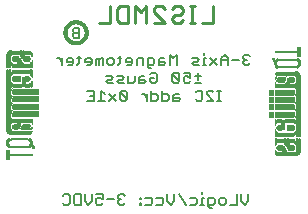
<source format=gbr>
G04 EAGLE Gerber RS-274X export*
G75*
%MOMM*%
%FSLAX34Y34*%
%LPD*%
%INSilkscreen Bottom*%
%IPPOS*%
%AMOC8*
5,1,8,0,0,1.08239X$1,22.5*%
G01*
%ADD10C,0.254000*%
%ADD11C,0.152400*%
%ADD12C,0.127000*%
%ADD13C,0.304800*%
%ADD14C,0.203200*%
%ADD15R,0.022863X0.462278*%
%ADD16R,0.022863X0.462281*%
%ADD17R,0.022863X0.436881*%
%ADD18R,0.023113X0.462278*%
%ADD19R,0.023113X0.462281*%
%ADD20R,0.023113X0.436881*%
%ADD21R,0.023116X0.462278*%
%ADD22R,0.023116X0.462281*%
%ADD23R,0.023116X0.436881*%
%ADD24R,0.023113X0.022863*%
%ADD25R,0.023116X0.091441*%
%ADD26R,0.023113X0.139700*%
%ADD27R,0.023116X0.185419*%
%ADD28R,0.023113X0.254000*%
%ADD29R,0.023113X0.299719*%
%ADD30R,0.023116X0.345438*%
%ADD31R,0.023113X0.391159*%
%ADD32R,0.023116X0.393700*%
%ADD33R,0.022863X0.325119*%
%ADD34R,0.022863X0.599438*%
%ADD35R,0.022863X0.622300*%
%ADD36R,0.022863X0.530859*%
%ADD37R,0.022863X0.439422*%
%ADD38R,0.022863X0.231138*%
%ADD39R,0.022863X0.071119*%
%ADD40R,0.022863X0.533400*%
%ADD41R,0.022863X0.208281*%
%ADD42R,0.023113X0.345441*%
%ADD43R,0.023113X0.576578*%
%ADD44R,0.023113X0.599438*%
%ADD45R,0.023113X0.508000*%
%ADD46R,0.023113X0.416563*%
%ADD47R,0.023113X0.208278*%
%ADD48R,0.023113X0.553722*%
%ADD49R,0.023113X0.208281*%
%ADD50R,0.023116X0.345441*%
%ADD51R,0.023116X0.530859*%
%ADD52R,0.023116X0.370841*%
%ADD53R,0.023116X0.162559*%
%ADD54R,0.023116X0.576581*%
%ADD55R,0.023116X0.208281*%
%ADD56R,0.023113X0.322578*%
%ADD57R,0.023113X0.485137*%
%ADD58R,0.023113X0.416559*%
%ADD59R,0.023113X0.347981*%
%ADD60R,0.023113X0.116838*%
%ADD61R,0.023113X0.647700*%
%ADD62R,0.023116X0.322581*%
%ADD63R,0.023116X0.485137*%
%ADD64R,0.023116X0.093978*%
%ADD65R,0.023116X0.231141*%
%ADD66R,0.023116X0.693419*%
%ADD67R,0.023113X0.322581*%
%ADD68R,0.023113X0.439419*%
%ADD69R,0.023113X0.370841*%
%ADD70R,0.023113X0.299722*%
%ADD71R,0.023113X0.045719*%
%ADD72R,0.023113X0.739138*%
%ADD73R,0.023113X0.414019*%
%ADD74R,0.023113X0.347978*%
%ADD75R,0.023113X0.762000*%
%ADD76R,0.023116X0.414019*%
%ADD77R,0.023116X0.182881*%
%ADD78R,0.023116X0.347978*%
%ADD79R,0.023116X0.276863*%
%ADD80R,0.023116X0.116841*%
%ADD81R,0.023116X0.276859*%
%ADD82R,0.023116X0.784863*%
%ADD83R,0.023113X0.325119*%
%ADD84R,0.023113X0.276863*%
%ADD85R,0.023113X0.276859*%
%ADD86R,0.023116X0.325119*%
%ADD87R,0.023116X0.391159*%
%ADD88R,0.023116X0.302259*%
%ADD89R,0.023116X0.254000*%
%ADD90R,0.023113X0.302259*%
%ADD91R,0.023113X0.393700*%
%ADD92R,0.023113X0.231141*%
%ADD93R,0.022863X0.302259*%
%ADD94R,0.022863X0.439419*%
%ADD95R,0.022863X0.368300*%
%ADD96R,0.022863X0.391159*%
%ADD97R,0.022863X0.416559*%
%ADD98R,0.022863X0.276863*%
%ADD99R,0.022863X0.205741*%
%ADD100R,0.023113X0.368300*%
%ADD101R,0.023113X0.205741*%
%ADD102R,0.023116X0.368300*%
%ADD103R,0.023116X0.205741*%
%ADD104R,0.023113X0.182881*%
%ADD105R,0.022863X0.276859*%
%ADD106R,0.022863X0.182881*%
%ADD107R,0.023113X0.924559*%
%ADD108R,0.023116X0.924559*%
%ADD109R,0.023113X0.901700*%
%ADD110R,0.023116X0.901700*%
%ADD111R,0.023113X0.878841*%
%ADD112R,0.023116X0.855981*%
%ADD113R,0.023113X0.833119*%
%ADD114R,0.022863X0.787400*%
%ADD115R,0.022863X0.414019*%
%ADD116R,0.022863X0.924559*%
%ADD117R,0.023113X0.739141*%
%ADD118R,0.023116X0.716281*%
%ADD119R,0.023116X0.299722*%
%ADD120R,0.023113X0.670559*%
%ADD121R,0.023116X0.647700*%
%ADD122R,0.023116X0.508000*%
%ADD123R,0.023116X0.299719*%
%ADD124R,0.023113X0.601981*%
%ADD125R,0.023113X0.530859*%
%ADD126R,0.023113X0.231138*%
%ADD127R,0.023113X0.556259*%
%ADD128R,0.023113X0.185419*%
%ADD129R,0.023116X0.533400*%
%ADD130R,0.023116X0.599438*%
%ADD131R,0.023116X0.416563*%
%ADD132R,0.023116X0.116838*%
%ADD133R,0.023113X0.485141*%
%ADD134R,0.023113X0.645159*%
%ADD135R,0.023113X0.716278*%
%ADD136R,0.022863X0.393700*%
%ADD137R,0.022863X0.762000*%
%ADD138R,0.022863X0.624841*%
%ADD139R,0.023113X0.784859*%
%ADD140R,0.023113X0.693422*%
%ADD141R,0.023116X0.830578*%
%ADD142R,0.023116X0.739141*%
%ADD143R,0.023113X0.876300*%
%ADD144R,0.023113X0.807722*%
%ADD145R,0.023116X0.899159*%
%ADD146R,0.023116X0.878841*%
%ADD147R,0.023113X0.922019*%
%ADD148R,0.023113X0.947419*%
%ADD149R,0.023116X0.970278*%
%ADD150R,0.023113X0.970278*%
%ADD151R,0.023116X0.439419*%
%ADD152R,0.022863X0.299722*%
%ADD153R,0.023116X0.416559*%
%ADD154R,0.023116X0.347981*%
%ADD155R,0.023113X0.137159*%
%ADD156R,0.023113X0.093978*%
%ADD157R,0.023113X0.091441*%
%ADD158R,0.023113X0.093981*%
%ADD159R,0.023113X0.114300*%
%ADD160R,0.023116X0.045719*%
%ADD161R,0.023116X0.045722*%
%ADD162R,0.023113X0.071119*%
%ADD163R,0.023113X0.116841*%
%ADD164R,0.023116X0.139700*%
%ADD165R,0.022863X0.322581*%
%ADD166R,0.022863X0.345441*%
%ADD167R,0.022863X0.162559*%
%ADD168R,0.022863X0.576581*%
%ADD169R,0.023113X0.668019*%
%ADD170R,0.023113X0.533400*%
%ADD171R,0.023116X1.455419*%
%ADD172R,0.023116X5.519419*%
%ADD173R,0.023113X1.455419*%
%ADD174R,0.023113X5.519419*%
%ADD175R,0.023116X5.494019*%
%ADD176R,0.023113X1.430019*%
%ADD177R,0.023113X5.494019*%
%ADD178R,0.023116X1.430019*%
%ADD179R,0.023116X5.471159*%
%ADD180R,0.023116X0.762000*%
%ADD181R,0.023113X1.407159*%
%ADD182R,0.023113X5.471159*%
%ADD183R,0.022863X1.384300*%
%ADD184R,0.022863X5.448300*%
%ADD185R,0.022863X0.716278*%
%ADD186R,0.022863X0.878841*%
%ADD187R,0.023113X1.361438*%
%ADD188R,0.023113X5.425438*%
%ADD189R,0.023116X1.338578*%
%ADD190R,0.023116X5.402578*%
%ADD191R,0.023116X0.624841*%
%ADD192R,0.023113X1.292859*%
%ADD193R,0.023113X5.356859*%
%ADD194R,0.023116X1.224278*%
%ADD195R,0.023116X5.288278*%


D10*
X177184Y170954D02*
X177184Y156718D01*
X167693Y156718D01*
X161748Y156718D02*
X157002Y156718D01*
X159375Y156718D02*
X159375Y170954D01*
X161748Y170954D02*
X157002Y170954D01*
X144339Y170954D02*
X141966Y168581D01*
X144339Y170954D02*
X149084Y170954D01*
X151457Y168581D01*
X151457Y166209D01*
X149084Y163836D01*
X144339Y163836D01*
X141966Y161463D01*
X141966Y159091D01*
X144339Y156718D01*
X149084Y156718D01*
X151457Y159091D01*
X136021Y156718D02*
X126530Y156718D01*
X136021Y156718D02*
X126530Y166209D01*
X126530Y168581D01*
X128903Y170954D01*
X133648Y170954D01*
X136021Y168581D01*
X120585Y170954D02*
X120585Y156718D01*
X115839Y166209D02*
X120585Y170954D01*
X115839Y166209D02*
X111094Y170954D01*
X111094Y156718D01*
X105149Y156718D02*
X105149Y170954D01*
X105149Y156718D02*
X98031Y156718D01*
X95658Y159091D01*
X95658Y168581D01*
X98031Y170954D01*
X105149Y170954D01*
X89713Y170954D02*
X89713Y156718D01*
X80222Y156718D01*
D11*
X206945Y130055D02*
X208385Y128615D01*
X206945Y130055D02*
X204063Y130055D01*
X202623Y128615D01*
X202623Y127174D01*
X204063Y125734D01*
X205504Y125734D01*
X204063Y125734D02*
X202623Y124293D01*
X202623Y122853D01*
X204063Y121412D01*
X206945Y121412D01*
X208385Y122853D01*
X199030Y125734D02*
X193268Y125734D01*
X189675Y127174D02*
X189675Y121412D01*
X189675Y127174D02*
X186794Y130055D01*
X183913Y127174D01*
X183913Y121412D01*
X183913Y125734D02*
X189675Y125734D01*
X180320Y127174D02*
X174557Y121412D01*
X174557Y127174D02*
X180320Y121412D01*
X170964Y127174D02*
X169524Y127174D01*
X169524Y121412D01*
X170964Y121412D02*
X168083Y121412D01*
X169524Y130055D02*
X169524Y131496D01*
X164728Y121412D02*
X160406Y121412D01*
X158965Y122853D01*
X160406Y124293D01*
X163287Y124293D01*
X164728Y125734D01*
X163287Y127174D01*
X158965Y127174D01*
X146017Y130055D02*
X146017Y121412D01*
X143136Y127174D02*
X146017Y130055D01*
X143136Y127174D02*
X140255Y130055D01*
X140255Y121412D01*
X135222Y127174D02*
X132340Y127174D01*
X130900Y125734D01*
X130900Y121412D01*
X135222Y121412D01*
X136662Y122853D01*
X135222Y124293D01*
X130900Y124293D01*
X124426Y118531D02*
X122985Y118531D01*
X121545Y119971D01*
X121545Y127174D01*
X125866Y127174D01*
X127307Y125734D01*
X127307Y122853D01*
X125866Y121412D01*
X121545Y121412D01*
X117952Y121412D02*
X117952Y127174D01*
X113630Y127174D01*
X112189Y125734D01*
X112189Y121412D01*
X107156Y121412D02*
X104275Y121412D01*
X107156Y121412D02*
X108597Y122853D01*
X108597Y125734D01*
X107156Y127174D01*
X104275Y127174D01*
X102834Y125734D01*
X102834Y124293D01*
X108597Y124293D01*
X97801Y122853D02*
X97801Y128615D01*
X97801Y122853D02*
X96360Y121412D01*
X96360Y127174D02*
X99241Y127174D01*
X91564Y121412D02*
X88683Y121412D01*
X87242Y122853D01*
X87242Y125734D01*
X88683Y127174D01*
X91564Y127174D01*
X93005Y125734D01*
X93005Y122853D01*
X91564Y121412D01*
X83649Y121412D02*
X83649Y127174D01*
X82209Y127174D01*
X80768Y125734D01*
X80768Y121412D01*
X80768Y125734D02*
X79328Y127174D01*
X77887Y125734D01*
X77887Y121412D01*
X72854Y121412D02*
X69972Y121412D01*
X72854Y121412D02*
X74294Y122853D01*
X74294Y125734D01*
X72854Y127174D01*
X69972Y127174D01*
X68532Y125734D01*
X68532Y124293D01*
X74294Y124293D01*
X63498Y122853D02*
X63498Y128615D01*
X63498Y122853D02*
X62058Y121412D01*
X62058Y127174D02*
X64939Y127174D01*
X57262Y121412D02*
X54381Y121412D01*
X57262Y121412D02*
X58702Y122853D01*
X58702Y125734D01*
X57262Y127174D01*
X54381Y127174D01*
X52940Y125734D01*
X52940Y124293D01*
X58702Y124293D01*
X49347Y121412D02*
X49347Y127174D01*
X49347Y124293D02*
X46466Y127174D01*
X45025Y127174D01*
X161304Y106172D02*
X167066Y106172D01*
X167066Y111934D02*
X161304Y111934D01*
X164185Y114815D02*
X164185Y109053D01*
X157711Y114815D02*
X151949Y114815D01*
X157711Y114815D02*
X157711Y110494D01*
X154830Y111934D01*
X153390Y111934D01*
X151949Y110494D01*
X151949Y107613D01*
X153390Y106172D01*
X156271Y106172D01*
X157711Y107613D01*
X148356Y107613D02*
X148356Y113375D01*
X146915Y114815D01*
X144034Y114815D01*
X142594Y113375D01*
X142594Y107613D01*
X144034Y106172D01*
X146915Y106172D01*
X148356Y107613D01*
X142594Y113375D01*
X125324Y114815D02*
X123883Y113375D01*
X125324Y114815D02*
X128205Y114815D01*
X129646Y113375D01*
X129646Y107613D01*
X128205Y106172D01*
X125324Y106172D01*
X123883Y107613D01*
X123883Y110494D01*
X126765Y110494D01*
X118850Y111934D02*
X115969Y111934D01*
X114528Y110494D01*
X114528Y106172D01*
X118850Y106172D01*
X120290Y107613D01*
X118850Y109053D01*
X114528Y109053D01*
X110935Y107613D02*
X110935Y111934D01*
X110935Y107613D02*
X109495Y106172D01*
X105173Y106172D01*
X105173Y111934D01*
X101580Y106172D02*
X97258Y106172D01*
X95818Y107613D01*
X97258Y109053D01*
X100140Y109053D01*
X101580Y110494D01*
X100140Y111934D01*
X95818Y111934D01*
X92225Y106172D02*
X87903Y106172D01*
X86463Y107613D01*
X87903Y109053D01*
X90784Y109053D01*
X92225Y110494D01*
X90784Y111934D01*
X86463Y111934D01*
X180557Y90932D02*
X183438Y90932D01*
X181997Y90932D02*
X181997Y99575D01*
X180557Y99575D02*
X183438Y99575D01*
X177201Y90932D02*
X171439Y90932D01*
X177201Y90932D02*
X171439Y96694D01*
X171439Y98135D01*
X172880Y99575D01*
X175761Y99575D01*
X177201Y98135D01*
X163524Y99575D02*
X162084Y98135D01*
X163524Y99575D02*
X166405Y99575D01*
X167846Y98135D01*
X167846Y92373D01*
X166405Y90932D01*
X163524Y90932D01*
X162084Y92373D01*
X147695Y96694D02*
X144814Y96694D01*
X143373Y95254D01*
X143373Y90932D01*
X147695Y90932D01*
X149136Y92373D01*
X147695Y93813D01*
X143373Y93813D01*
X134018Y90932D02*
X134018Y99575D01*
X134018Y90932D02*
X138340Y90932D01*
X139780Y92373D01*
X139780Y95254D01*
X138340Y96694D01*
X134018Y96694D01*
X124663Y99575D02*
X124663Y90932D01*
X128985Y90932D01*
X130425Y92373D01*
X130425Y95254D01*
X128985Y96694D01*
X124663Y96694D01*
X121070Y96694D02*
X121070Y90932D01*
X121070Y93813D02*
X118189Y96694D01*
X116748Y96694D01*
X103919Y98135D02*
X103919Y92373D01*
X103919Y98135D02*
X102478Y99575D01*
X99597Y99575D01*
X98157Y98135D01*
X98157Y92373D01*
X99597Y90932D01*
X102478Y90932D01*
X103919Y92373D01*
X98157Y98135D01*
X94564Y96694D02*
X88801Y90932D01*
X88801Y96694D02*
X94564Y90932D01*
X85209Y96694D02*
X82327Y99575D01*
X82327Y90932D01*
X79446Y90932D02*
X85209Y90932D01*
X75853Y99575D02*
X70091Y99575D01*
X75853Y99575D02*
X75853Y90932D01*
X70091Y90932D01*
X72972Y95254D02*
X75853Y95254D01*
D12*
X206664Y12073D02*
X206664Y6141D01*
X203698Y3175D01*
X200732Y6141D01*
X200732Y12073D01*
X197309Y12073D02*
X197309Y3175D01*
X191377Y3175D01*
X186470Y3175D02*
X183505Y3175D01*
X182022Y4658D01*
X182022Y7624D01*
X183505Y9107D01*
X186470Y9107D01*
X187953Y7624D01*
X187953Y4658D01*
X186470Y3175D01*
X175632Y209D02*
X174149Y209D01*
X172666Y1692D01*
X172666Y9107D01*
X177115Y9107D01*
X178598Y7624D01*
X178598Y4658D01*
X177115Y3175D01*
X172666Y3175D01*
X169243Y9107D02*
X167760Y9107D01*
X167760Y3175D01*
X169243Y3175D02*
X166277Y3175D01*
X167760Y12073D02*
X167760Y13556D01*
X161523Y9107D02*
X157075Y9107D01*
X161523Y9107D02*
X163006Y7624D01*
X163006Y4658D01*
X161523Y3175D01*
X157075Y3175D01*
X153651Y3175D02*
X147719Y12073D01*
X144296Y12073D02*
X144296Y6141D01*
X141330Y3175D01*
X138364Y6141D01*
X138364Y12073D01*
X133458Y9107D02*
X129009Y9107D01*
X133458Y9107D02*
X134941Y7624D01*
X134941Y4658D01*
X133458Y3175D01*
X129009Y3175D01*
X124103Y9107D02*
X119654Y9107D01*
X124103Y9107D02*
X125585Y7624D01*
X125585Y4658D01*
X124103Y3175D01*
X119654Y3175D01*
X116230Y9107D02*
X114747Y9107D01*
X114747Y7624D01*
X116230Y7624D01*
X116230Y9107D01*
X116230Y4658D02*
X114747Y4658D01*
X114747Y3175D01*
X116230Y3175D01*
X116230Y4658D01*
X102198Y10590D02*
X100715Y12073D01*
X97749Y12073D01*
X96266Y10590D01*
X96266Y9107D01*
X97749Y7624D01*
X99232Y7624D01*
X97749Y7624D02*
X96266Y6141D01*
X96266Y4658D01*
X97749Y3175D01*
X100715Y3175D01*
X102198Y4658D01*
X92842Y7624D02*
X86911Y7624D01*
X83487Y12073D02*
X77555Y12073D01*
X83487Y12073D02*
X83487Y7624D01*
X80521Y9107D01*
X79038Y9107D01*
X77555Y7624D01*
X77555Y4658D01*
X79038Y3175D01*
X82004Y3175D01*
X83487Y4658D01*
X74132Y6141D02*
X74132Y12073D01*
X74132Y6141D02*
X71166Y3175D01*
X68200Y6141D01*
X68200Y12073D01*
X64777Y12073D02*
X64777Y3175D01*
X60328Y3175D01*
X58845Y4658D01*
X58845Y10590D01*
X60328Y12073D01*
X64777Y12073D01*
X50973Y12073D02*
X49490Y10590D01*
X50973Y12073D02*
X53939Y12073D01*
X55422Y10590D01*
X55422Y4658D01*
X53939Y3175D01*
X50973Y3175D01*
X49490Y4658D01*
D13*
X51980Y148590D02*
X51983Y148810D01*
X51991Y149031D01*
X52004Y149251D01*
X52023Y149470D01*
X52048Y149689D01*
X52077Y149908D01*
X52112Y150125D01*
X52153Y150342D01*
X52198Y150558D01*
X52249Y150772D01*
X52305Y150985D01*
X52367Y151197D01*
X52433Y151407D01*
X52505Y151615D01*
X52582Y151822D01*
X52664Y152026D01*
X52750Y152229D01*
X52842Y152429D01*
X52939Y152628D01*
X53040Y152823D01*
X53147Y153016D01*
X53258Y153207D01*
X53373Y153394D01*
X53493Y153579D01*
X53618Y153761D01*
X53747Y153939D01*
X53881Y154115D01*
X54018Y154287D01*
X54160Y154455D01*
X54306Y154621D01*
X54456Y154782D01*
X54610Y154940D01*
X54768Y155094D01*
X54929Y155244D01*
X55095Y155390D01*
X55263Y155532D01*
X55435Y155669D01*
X55611Y155803D01*
X55789Y155932D01*
X55971Y156057D01*
X56156Y156177D01*
X56343Y156292D01*
X56534Y156403D01*
X56727Y156510D01*
X56922Y156611D01*
X57121Y156708D01*
X57321Y156800D01*
X57524Y156886D01*
X57728Y156968D01*
X57935Y157045D01*
X58143Y157117D01*
X58353Y157183D01*
X58565Y157245D01*
X58778Y157301D01*
X58992Y157352D01*
X59208Y157397D01*
X59425Y157438D01*
X59642Y157473D01*
X59861Y157502D01*
X60080Y157527D01*
X60299Y157546D01*
X60519Y157559D01*
X60740Y157567D01*
X60960Y157570D01*
X61180Y157567D01*
X61401Y157559D01*
X61621Y157546D01*
X61840Y157527D01*
X62059Y157502D01*
X62278Y157473D01*
X62495Y157438D01*
X62712Y157397D01*
X62928Y157352D01*
X63142Y157301D01*
X63355Y157245D01*
X63567Y157183D01*
X63777Y157117D01*
X63985Y157045D01*
X64192Y156968D01*
X64396Y156886D01*
X64599Y156800D01*
X64799Y156708D01*
X64998Y156611D01*
X65193Y156510D01*
X65386Y156403D01*
X65577Y156292D01*
X65764Y156177D01*
X65949Y156057D01*
X66131Y155932D01*
X66309Y155803D01*
X66485Y155669D01*
X66657Y155532D01*
X66825Y155390D01*
X66991Y155244D01*
X67152Y155094D01*
X67310Y154940D01*
X67464Y154782D01*
X67614Y154621D01*
X67760Y154455D01*
X67902Y154287D01*
X68039Y154115D01*
X68173Y153939D01*
X68302Y153761D01*
X68427Y153579D01*
X68547Y153394D01*
X68662Y153207D01*
X68773Y153016D01*
X68880Y152823D01*
X68981Y152628D01*
X69078Y152429D01*
X69170Y152229D01*
X69256Y152026D01*
X69338Y151822D01*
X69415Y151615D01*
X69487Y151407D01*
X69553Y151197D01*
X69615Y150985D01*
X69671Y150772D01*
X69722Y150558D01*
X69767Y150342D01*
X69808Y150125D01*
X69843Y149908D01*
X69872Y149689D01*
X69897Y149470D01*
X69916Y149251D01*
X69929Y149031D01*
X69937Y148810D01*
X69940Y148590D01*
X69937Y148370D01*
X69929Y148149D01*
X69916Y147929D01*
X69897Y147710D01*
X69872Y147491D01*
X69843Y147272D01*
X69808Y147055D01*
X69767Y146838D01*
X69722Y146622D01*
X69671Y146408D01*
X69615Y146195D01*
X69553Y145983D01*
X69487Y145773D01*
X69415Y145565D01*
X69338Y145358D01*
X69256Y145154D01*
X69170Y144951D01*
X69078Y144751D01*
X68981Y144552D01*
X68880Y144357D01*
X68773Y144164D01*
X68662Y143973D01*
X68547Y143786D01*
X68427Y143601D01*
X68302Y143419D01*
X68173Y143241D01*
X68039Y143065D01*
X67902Y142893D01*
X67760Y142725D01*
X67614Y142559D01*
X67464Y142398D01*
X67310Y142240D01*
X67152Y142086D01*
X66991Y141936D01*
X66825Y141790D01*
X66657Y141648D01*
X66485Y141511D01*
X66309Y141377D01*
X66131Y141248D01*
X65949Y141123D01*
X65764Y141003D01*
X65577Y140888D01*
X65386Y140777D01*
X65193Y140670D01*
X64998Y140569D01*
X64799Y140472D01*
X64599Y140380D01*
X64396Y140294D01*
X64192Y140212D01*
X63985Y140135D01*
X63777Y140063D01*
X63567Y139997D01*
X63355Y139935D01*
X63142Y139879D01*
X62928Y139828D01*
X62712Y139783D01*
X62495Y139742D01*
X62278Y139707D01*
X62059Y139678D01*
X61840Y139653D01*
X61621Y139634D01*
X61401Y139621D01*
X61180Y139613D01*
X60960Y139610D01*
X60740Y139613D01*
X60519Y139621D01*
X60299Y139634D01*
X60080Y139653D01*
X59861Y139678D01*
X59642Y139707D01*
X59425Y139742D01*
X59208Y139783D01*
X58992Y139828D01*
X58778Y139879D01*
X58565Y139935D01*
X58353Y139997D01*
X58143Y140063D01*
X57935Y140135D01*
X57728Y140212D01*
X57524Y140294D01*
X57321Y140380D01*
X57121Y140472D01*
X56922Y140569D01*
X56727Y140670D01*
X56534Y140777D01*
X56343Y140888D01*
X56156Y141003D01*
X55971Y141123D01*
X55789Y141248D01*
X55611Y141377D01*
X55435Y141511D01*
X55263Y141648D01*
X55095Y141790D01*
X54929Y141936D01*
X54768Y142086D01*
X54610Y142240D01*
X54456Y142398D01*
X54306Y142559D01*
X54160Y142725D01*
X54018Y142893D01*
X53881Y143065D01*
X53747Y143241D01*
X53618Y143419D01*
X53493Y143601D01*
X53373Y143786D01*
X53258Y143973D01*
X53147Y144164D01*
X53040Y144357D01*
X52939Y144552D01*
X52842Y144751D01*
X52750Y144951D01*
X52664Y145154D01*
X52582Y145358D01*
X52505Y145565D01*
X52433Y145773D01*
X52367Y145983D01*
X52305Y146195D01*
X52249Y146408D01*
X52198Y146622D01*
X52153Y146838D01*
X52112Y147055D01*
X52077Y147272D01*
X52048Y147491D01*
X52023Y147710D01*
X52004Y147929D01*
X51991Y148149D01*
X51983Y148370D01*
X51980Y148590D01*
D14*
X63500Y144526D02*
X63500Y152661D01*
X59433Y152661D01*
X58077Y151305D01*
X58077Y149949D01*
X59433Y148593D01*
X58077Y147238D01*
X58077Y145882D01*
X59433Y144526D01*
X63500Y144526D01*
X63500Y148593D02*
X59433Y148593D01*
D15*
X224790Y79197D03*
D16*
X224790Y85446D03*
X224790Y91669D03*
D17*
X224790Y98019D03*
D18*
X225020Y79197D03*
D19*
X225020Y85446D03*
X225020Y91669D03*
D20*
X225020Y98019D03*
D21*
X225251Y79197D03*
D22*
X225251Y85446D03*
X225251Y91669D03*
D23*
X225251Y98019D03*
D18*
X225482Y79197D03*
D19*
X225482Y85446D03*
X225482Y91669D03*
D20*
X225482Y98019D03*
D21*
X225713Y79197D03*
D22*
X225713Y85446D03*
X225713Y91669D03*
D23*
X225713Y98019D03*
D18*
X225944Y79197D03*
D19*
X225944Y85446D03*
X225944Y91669D03*
D20*
X225944Y98019D03*
D18*
X226176Y79197D03*
D19*
X226176Y85446D03*
X226176Y91669D03*
D20*
X226176Y98019D03*
D21*
X226407Y79197D03*
D22*
X226407Y85446D03*
X226407Y91669D03*
D23*
X226407Y98019D03*
D18*
X226638Y79197D03*
D19*
X226638Y85446D03*
X226638Y91669D03*
D20*
X226638Y98019D03*
D21*
X226869Y79197D03*
D22*
X226869Y85446D03*
X226869Y91669D03*
D23*
X226869Y98019D03*
D18*
X227100Y79197D03*
D19*
X227100Y85446D03*
X227100Y91669D03*
D20*
X227100Y98019D03*
D15*
X227330Y79197D03*
D16*
X227330Y85446D03*
X227330Y91669D03*
D17*
X227330Y98019D03*
D18*
X227560Y79197D03*
D19*
X227560Y85446D03*
X227560Y91669D03*
D20*
X227560Y98019D03*
D24*
X227560Y126429D03*
D21*
X227791Y79197D03*
D22*
X227791Y85446D03*
X227791Y91669D03*
D23*
X227791Y98019D03*
D25*
X227791Y126314D03*
D18*
X228022Y79197D03*
D19*
X228022Y85446D03*
X228022Y91669D03*
D20*
X228022Y98019D03*
D26*
X228022Y126073D03*
D21*
X228253Y79197D03*
D22*
X228253Y85446D03*
X228253Y91669D03*
D23*
X228253Y98019D03*
D27*
X228253Y126073D03*
D18*
X228484Y79197D03*
D19*
X228484Y85446D03*
X228484Y91669D03*
D20*
X228484Y98019D03*
D28*
X228484Y125959D03*
D18*
X228716Y79197D03*
D19*
X228716Y85446D03*
X228716Y91669D03*
D20*
X228716Y98019D03*
D29*
X228716Y125730D03*
D21*
X228947Y79197D03*
D22*
X228947Y85446D03*
X228947Y91669D03*
D23*
X228947Y98019D03*
D30*
X228947Y125730D03*
D31*
X229178Y125501D03*
D32*
X229409Y125032D03*
D18*
X229640Y124003D03*
D33*
X229870Y48031D03*
D34*
X229870Y55880D03*
D35*
X229870Y63614D03*
D36*
X229870Y72631D03*
D15*
X229870Y79197D03*
D16*
X229870Y85446D03*
X229870Y91669D03*
D17*
X229870Y98019D03*
D37*
X229870Y104254D03*
D38*
X229870Y109919D03*
D39*
X229870Y113030D03*
D40*
X229870Y123190D03*
D41*
X229870Y132436D03*
D42*
X230100Y47676D03*
D43*
X230100Y55994D03*
D44*
X230100Y63500D03*
D45*
X230100Y72746D03*
D18*
X230100Y79197D03*
D19*
X230100Y85446D03*
X230100Y91669D03*
D20*
X230100Y98019D03*
D46*
X230100Y104140D03*
D47*
X230100Y110033D03*
D26*
X230100Y113373D03*
D48*
X230100Y122606D03*
D49*
X230100Y132436D03*
D50*
X230331Y47219D03*
D51*
X230331Y56223D03*
X230331Y63157D03*
D21*
X230331Y72974D03*
X230331Y79197D03*
D22*
X230331Y85446D03*
X230331Y91669D03*
D23*
X230331Y98019D03*
D52*
X230331Y103911D03*
D53*
X230331Y110261D03*
D27*
X230331Y113602D03*
D54*
X230331Y122492D03*
D55*
X230331Y132436D03*
D56*
X230562Y46876D03*
D57*
X230562Y56452D03*
D45*
X230562Y63043D03*
D58*
X230562Y73203D03*
D18*
X230562Y79197D03*
D19*
X230562Y85446D03*
X230562Y91669D03*
D20*
X230562Y98019D03*
D59*
X230562Y103797D03*
D60*
X230562Y110490D03*
D47*
X230562Y113716D03*
D61*
X230562Y122619D03*
D49*
X230562Y132436D03*
D62*
X230793Y46647D03*
D21*
X230793Y56566D03*
D63*
X230793Y62929D03*
D32*
X230793Y73317D03*
D21*
X230793Y79197D03*
D22*
X230793Y85446D03*
X230793Y91669D03*
D23*
X230793Y98019D03*
D62*
X230793Y103670D03*
D64*
X230793Y110604D03*
D65*
X230793Y113830D03*
D66*
X230793Y122619D03*
D55*
X230793Y132436D03*
D67*
X231024Y46419D03*
D68*
X231024Y56680D03*
D18*
X231024Y62814D03*
D69*
X231024Y73431D03*
D18*
X231024Y79197D03*
D19*
X231024Y85446D03*
X231024Y91669D03*
D20*
X231024Y98019D03*
D70*
X231024Y103556D03*
D71*
X231024Y110846D03*
D28*
X231024Y113944D03*
D72*
X231024Y122619D03*
D49*
X231024Y132436D03*
D67*
X231256Y46190D03*
D73*
X231256Y56807D03*
D68*
X231256Y62700D03*
D74*
X231256Y73546D03*
D18*
X231256Y79197D03*
D19*
X231256Y85446D03*
X231256Y91669D03*
D20*
X231256Y98019D03*
D70*
X231256Y103556D03*
D28*
X231256Y113944D03*
D75*
X231256Y122504D03*
D49*
X231256Y132436D03*
D62*
X231487Y46190D03*
D65*
X231487Y51270D03*
D76*
X231487Y56807D03*
X231487Y62573D03*
D77*
X231487Y68351D03*
D78*
X231487Y73546D03*
D21*
X231487Y79197D03*
D22*
X231487Y85446D03*
X231487Y91669D03*
D23*
X231487Y98019D03*
D79*
X231487Y103442D03*
D80*
X231487Y108179D03*
D81*
X231487Y114059D03*
D82*
X231487Y122619D03*
D55*
X231487Y132436D03*
D83*
X231718Y45949D03*
D67*
X231718Y51270D03*
D31*
X231718Y56921D03*
D73*
X231718Y62573D03*
D83*
X231718Y68351D03*
X231718Y73660D03*
D18*
X231718Y79197D03*
D19*
X231718Y85446D03*
X231718Y91669D03*
D20*
X231718Y98019D03*
D84*
X231718Y103442D03*
D85*
X231718Y108293D03*
X231718Y114059D03*
D84*
X231718Y120079D03*
D85*
X231718Y125387D03*
D49*
X231718Y132436D03*
D86*
X231949Y45949D03*
D52*
X231949Y51257D03*
D87*
X231949Y56921D03*
D76*
X231949Y62573D03*
D52*
X231949Y68351D03*
D86*
X231949Y73660D03*
D21*
X231949Y79197D03*
D22*
X231949Y85446D03*
X231949Y91669D03*
D23*
X231949Y98019D03*
D79*
X231949Y103442D03*
D50*
X231949Y108407D03*
D88*
X231949Y114186D03*
D89*
X231949Y119736D03*
D65*
X231949Y125616D03*
D55*
X231949Y132436D03*
D83*
X232180Y45949D03*
D58*
X232180Y51257D03*
D31*
X232180Y56921D03*
X232180Y62459D03*
D58*
X232180Y68351D03*
D90*
X232180Y73774D03*
D18*
X232180Y79197D03*
D19*
X232180Y85446D03*
X232180Y91669D03*
D20*
X232180Y98019D03*
D84*
X232180Y103442D03*
D91*
X232180Y108649D03*
D90*
X232180Y114186D03*
D92*
X232180Y119621D03*
D49*
X232180Y125730D03*
X232180Y132436D03*
D93*
X232410Y45834D03*
D94*
X232410Y51143D03*
D95*
X232410Y57036D03*
D96*
X232410Y62459D03*
D97*
X232410Y68351D03*
D93*
X232410Y73774D03*
D15*
X232410Y79197D03*
D16*
X232410Y85446D03*
X232410Y91669D03*
D17*
X232410Y98019D03*
D98*
X232410Y103442D03*
D94*
X232410Y108649D03*
D93*
X232410Y114186D03*
D99*
X232410Y119494D03*
D41*
X232410Y125730D03*
X232410Y132436D03*
D90*
X232640Y45834D03*
D18*
X232640Y51257D03*
D100*
X232640Y57036D03*
D31*
X232640Y62459D03*
D19*
X232640Y68351D03*
D90*
X232640Y73774D03*
D18*
X232640Y79197D03*
D19*
X232640Y85446D03*
X232640Y91669D03*
D20*
X232640Y98019D03*
D84*
X232640Y103442D03*
D18*
X232640Y108763D03*
D90*
X232640Y114186D03*
D101*
X232640Y119494D03*
D49*
X232640Y125959D03*
X232640Y132436D03*
D88*
X232871Y45834D03*
D21*
X232871Y51257D03*
D102*
X232871Y57036D03*
D87*
X232871Y62459D03*
D22*
X232871Y68351D03*
D88*
X232871Y73774D03*
D21*
X232871Y79197D03*
D22*
X232871Y85446D03*
X232871Y91669D03*
D23*
X232871Y98019D03*
D79*
X232871Y103442D03*
D21*
X232871Y108763D03*
D88*
X232871Y114186D03*
D103*
X232871Y119494D03*
D55*
X232871Y125959D03*
X232871Y132436D03*
D90*
X233102Y45834D03*
D18*
X233102Y51257D03*
D100*
X233102Y57036D03*
X233102Y62344D03*
D19*
X233102Y68351D03*
D90*
X233102Y73774D03*
D18*
X233102Y79197D03*
D19*
X233102Y85446D03*
X233102Y91669D03*
D20*
X233102Y98019D03*
D84*
X233102Y103442D03*
D18*
X233102Y108763D03*
D90*
X233102Y114186D03*
D101*
X233102Y119494D03*
D49*
X233102Y125959D03*
X233102Y132436D03*
D88*
X233333Y45834D03*
D21*
X233333Y51257D03*
D102*
X233333Y57036D03*
X233333Y62344D03*
D22*
X233333Y68351D03*
D88*
X233333Y73774D03*
D21*
X233333Y79197D03*
D22*
X233333Y85446D03*
X233333Y91669D03*
D23*
X233333Y98019D03*
D79*
X233333Y103442D03*
D21*
X233333Y108763D03*
D88*
X233333Y114186D03*
D77*
X233333Y119380D03*
D55*
X233333Y125959D03*
X233333Y132436D03*
D90*
X233564Y45834D03*
D18*
X233564Y51257D03*
D100*
X233564Y57036D03*
X233564Y62344D03*
D19*
X233564Y68351D03*
D90*
X233564Y73774D03*
D18*
X233564Y79197D03*
D19*
X233564Y85446D03*
X233564Y91669D03*
D20*
X233564Y98019D03*
D84*
X233564Y103442D03*
D18*
X233564Y108763D03*
D90*
X233564Y114186D03*
D104*
X233564Y119380D03*
D49*
X233564Y125959D03*
X233564Y132436D03*
D90*
X233796Y45834D03*
D18*
X233796Y51257D03*
D100*
X233796Y57036D03*
X233796Y62344D03*
D19*
X233796Y68351D03*
D85*
X233796Y73901D03*
D18*
X233796Y79197D03*
D19*
X233796Y85446D03*
X233796Y91669D03*
D20*
X233796Y98019D03*
D84*
X233796Y103442D03*
D18*
X233796Y108763D03*
D90*
X233796Y114186D03*
D104*
X233796Y119380D03*
D49*
X233796Y125959D03*
X233796Y132436D03*
D88*
X234027Y45834D03*
D21*
X234027Y51257D03*
D102*
X234027Y57036D03*
X234027Y62344D03*
D22*
X234027Y68351D03*
D81*
X234027Y73901D03*
D21*
X234027Y79197D03*
D22*
X234027Y85446D03*
X234027Y91669D03*
D23*
X234027Y98019D03*
D79*
X234027Y103442D03*
D21*
X234027Y108763D03*
D88*
X234027Y114186D03*
D77*
X234027Y119380D03*
D55*
X234027Y125959D03*
X234027Y132436D03*
D90*
X234258Y45834D03*
D18*
X234258Y51257D03*
D100*
X234258Y57036D03*
X234258Y62344D03*
D19*
X234258Y68351D03*
D85*
X234258Y73901D03*
D18*
X234258Y79197D03*
D19*
X234258Y85446D03*
X234258Y91669D03*
D20*
X234258Y98019D03*
D84*
X234258Y103442D03*
D18*
X234258Y108763D03*
D90*
X234258Y114186D03*
D104*
X234258Y119380D03*
D49*
X234258Y125959D03*
X234258Y132436D03*
D88*
X234489Y45834D03*
D21*
X234489Y51257D03*
D102*
X234489Y57036D03*
X234489Y62344D03*
D22*
X234489Y68351D03*
D81*
X234489Y73901D03*
D21*
X234489Y79197D03*
D22*
X234489Y85446D03*
X234489Y91669D03*
D23*
X234489Y98019D03*
D79*
X234489Y103442D03*
D21*
X234489Y108763D03*
D88*
X234489Y114186D03*
D77*
X234489Y119380D03*
D55*
X234489Y125959D03*
X234489Y132436D03*
D90*
X234720Y45834D03*
D18*
X234720Y51257D03*
D100*
X234720Y57036D03*
X234720Y62344D03*
D19*
X234720Y68351D03*
D85*
X234720Y73901D03*
D18*
X234720Y79197D03*
D19*
X234720Y85446D03*
X234720Y91669D03*
D20*
X234720Y98019D03*
D84*
X234720Y103442D03*
D18*
X234720Y108763D03*
D90*
X234720Y114186D03*
D104*
X234720Y119380D03*
D49*
X234720Y125959D03*
X234720Y132436D03*
D93*
X234950Y45834D03*
D15*
X234950Y51257D03*
D95*
X234950Y57036D03*
X234950Y62344D03*
D16*
X234950Y68351D03*
D105*
X234950Y73901D03*
D15*
X234950Y79197D03*
D16*
X234950Y85446D03*
X234950Y91669D03*
D17*
X234950Y98019D03*
D98*
X234950Y103442D03*
D15*
X234950Y108763D03*
D93*
X234950Y114186D03*
D106*
X234950Y119380D03*
D41*
X234950Y125959D03*
X234950Y132436D03*
D90*
X235180Y45834D03*
D18*
X235180Y51257D03*
D100*
X235180Y57036D03*
X235180Y62344D03*
D19*
X235180Y68351D03*
D85*
X235180Y73901D03*
D18*
X235180Y79197D03*
D19*
X235180Y85446D03*
X235180Y91669D03*
D20*
X235180Y98019D03*
D84*
X235180Y103442D03*
D18*
X235180Y108763D03*
D90*
X235180Y114186D03*
D104*
X235180Y119380D03*
D49*
X235180Y125959D03*
X235180Y132436D03*
D88*
X235411Y45834D03*
D21*
X235411Y51257D03*
D102*
X235411Y57036D03*
X235411Y62344D03*
D22*
X235411Y68351D03*
D81*
X235411Y73901D03*
D21*
X235411Y79197D03*
D22*
X235411Y85446D03*
X235411Y91669D03*
D23*
X235411Y98019D03*
D79*
X235411Y103442D03*
D21*
X235411Y108763D03*
D88*
X235411Y114186D03*
D77*
X235411Y119380D03*
D55*
X235411Y125959D03*
X235411Y132436D03*
D90*
X235642Y45834D03*
D18*
X235642Y51257D03*
D100*
X235642Y57036D03*
X235642Y62344D03*
D107*
X235642Y70663D03*
D18*
X235642Y79197D03*
D19*
X235642Y85446D03*
X235642Y91669D03*
D20*
X235642Y98019D03*
D84*
X235642Y103442D03*
D18*
X235642Y108763D03*
D90*
X235642Y114186D03*
D104*
X235642Y119380D03*
D49*
X235642Y125959D03*
X235642Y132436D03*
D88*
X235873Y45834D03*
D21*
X235873Y51257D03*
D102*
X235873Y57036D03*
X235873Y62344D03*
D108*
X235873Y70663D03*
D21*
X235873Y79197D03*
D22*
X235873Y85446D03*
X235873Y91669D03*
D23*
X235873Y98019D03*
D79*
X235873Y103442D03*
D21*
X235873Y108763D03*
D88*
X235873Y114186D03*
D77*
X235873Y119380D03*
D55*
X235873Y125959D03*
X235873Y132436D03*
D90*
X236104Y45834D03*
D68*
X236104Y51143D03*
D100*
X236104Y57036D03*
X236104Y62344D03*
D107*
X236104Y70663D03*
D18*
X236104Y79197D03*
D19*
X236104Y85446D03*
X236104Y91669D03*
D20*
X236104Y98019D03*
D84*
X236104Y103442D03*
D18*
X236104Y108763D03*
D90*
X236104Y114186D03*
D104*
X236104Y119380D03*
D49*
X236104Y125959D03*
X236104Y132436D03*
D109*
X236336Y48832D03*
D100*
X236336Y57036D03*
X236336Y62344D03*
D107*
X236336Y70663D03*
D18*
X236336Y79197D03*
D19*
X236336Y85446D03*
X236336Y91669D03*
D20*
X236336Y98019D03*
D84*
X236336Y103442D03*
D18*
X236336Y108763D03*
D90*
X236336Y114186D03*
D104*
X236336Y119380D03*
D49*
X236336Y125959D03*
X236336Y132436D03*
D110*
X236567Y48832D03*
D102*
X236567Y57036D03*
X236567Y62344D03*
D108*
X236567Y70663D03*
D21*
X236567Y79197D03*
D22*
X236567Y85446D03*
X236567Y91669D03*
D23*
X236567Y98019D03*
D79*
X236567Y103442D03*
D21*
X236567Y108763D03*
D88*
X236567Y114186D03*
D77*
X236567Y119380D03*
D55*
X236567Y125959D03*
X236567Y132436D03*
D111*
X236798Y48717D03*
D31*
X236798Y56921D03*
D100*
X236798Y62344D03*
D107*
X236798Y70663D03*
D18*
X236798Y79197D03*
D19*
X236798Y85446D03*
X236798Y91669D03*
D20*
X236798Y98019D03*
D84*
X236798Y103442D03*
D18*
X236798Y108763D03*
D90*
X236798Y114186D03*
D104*
X236798Y119380D03*
D49*
X236798Y125959D03*
X236798Y132436D03*
D112*
X237029Y48603D03*
D87*
X237029Y56921D03*
D102*
X237029Y62344D03*
D108*
X237029Y70663D03*
D21*
X237029Y79197D03*
D22*
X237029Y85446D03*
X237029Y91669D03*
D23*
X237029Y98019D03*
D79*
X237029Y103442D03*
D21*
X237029Y108763D03*
D88*
X237029Y114186D03*
D77*
X237029Y119380D03*
D55*
X237029Y125959D03*
X237029Y132436D03*
D113*
X237260Y48489D03*
D73*
X237260Y56807D03*
D100*
X237260Y62344D03*
D107*
X237260Y70663D03*
D18*
X237260Y79197D03*
D19*
X237260Y85446D03*
X237260Y91669D03*
D20*
X237260Y98019D03*
D84*
X237260Y103442D03*
D68*
X237260Y108877D03*
D90*
X237260Y114186D03*
D104*
X237260Y119380D03*
D49*
X237260Y125959D03*
X237260Y132436D03*
D114*
X237490Y48260D03*
D115*
X237490Y56807D03*
D95*
X237490Y62344D03*
D116*
X237490Y70663D03*
D15*
X237490Y79197D03*
D16*
X237490Y85446D03*
X237490Y91669D03*
D17*
X237490Y98019D03*
D98*
X237490Y103442D03*
D94*
X237490Y108877D03*
D93*
X237490Y114186D03*
D106*
X237490Y119380D03*
D41*
X237490Y125959D03*
X237490Y132436D03*
D117*
X237720Y48019D03*
D68*
X237720Y56680D03*
D100*
X237720Y62344D03*
D107*
X237720Y70663D03*
D18*
X237720Y79197D03*
D19*
X237720Y85446D03*
X237720Y91669D03*
D20*
X237720Y98019D03*
D70*
X237720Y103556D03*
D58*
X237720Y108991D03*
D90*
X237720Y114186D03*
D104*
X237720Y119380D03*
D49*
X237720Y125959D03*
X237720Y132436D03*
D118*
X237951Y47904D03*
D21*
X237951Y56566D03*
D102*
X237951Y62344D03*
D108*
X237951Y70663D03*
D21*
X237951Y79197D03*
D22*
X237951Y85446D03*
X237951Y91669D03*
D23*
X237951Y98019D03*
D119*
X237951Y103556D03*
D32*
X237951Y109106D03*
D88*
X237951Y114186D03*
D77*
X237951Y119380D03*
D55*
X237951Y125959D03*
X237951Y132436D03*
D120*
X238182Y47676D03*
D57*
X238182Y56452D03*
D100*
X238182Y62344D03*
D107*
X238182Y70663D03*
D18*
X238182Y79197D03*
D19*
X238182Y85446D03*
X238182Y91669D03*
D20*
X238182Y98019D03*
D67*
X238182Y103670D03*
D74*
X238182Y109334D03*
D90*
X238182Y114186D03*
D104*
X238182Y119380D03*
D49*
X238182Y125959D03*
X238182Y132436D03*
D121*
X238413Y47562D03*
D122*
X238413Y56337D03*
D102*
X238413Y62344D03*
D81*
X238413Y73901D03*
D21*
X238413Y79197D03*
D22*
X238413Y85446D03*
X238413Y91669D03*
D23*
X238413Y98019D03*
D62*
X238413Y103670D03*
D123*
X238413Y109576D03*
D88*
X238413Y114186D03*
D77*
X238413Y119380D03*
D55*
X238413Y125959D03*
X238413Y132436D03*
D124*
X238644Y47333D03*
D125*
X238644Y56223D03*
D100*
X238644Y62344D03*
D85*
X238644Y73901D03*
D18*
X238644Y79197D03*
D19*
X238644Y85446D03*
X238644Y91669D03*
D20*
X238644Y98019D03*
D59*
X238644Y103797D03*
D126*
X238644Y109919D03*
D90*
X238644Y114186D03*
D104*
X238644Y119380D03*
D49*
X238644Y125959D03*
X238644Y132436D03*
D127*
X238876Y47104D03*
D43*
X238876Y55994D03*
D100*
X238876Y62344D03*
D85*
X238876Y73901D03*
D18*
X238876Y79197D03*
D19*
X238876Y85446D03*
X238876Y91669D03*
D20*
X238876Y98019D03*
D69*
X238876Y103911D03*
D128*
X238876Y110147D03*
D90*
X238876Y114186D03*
D104*
X238876Y119380D03*
D49*
X238876Y125959D03*
X238876Y132436D03*
D129*
X239107Y46990D03*
D130*
X239107Y55880D03*
D102*
X239107Y62344D03*
D81*
X239107Y73901D03*
D21*
X239107Y79197D03*
D22*
X239107Y85446D03*
X239107Y91669D03*
D23*
X239107Y98019D03*
D131*
X239107Y104140D03*
D132*
X239107Y110490D03*
D88*
X239107Y114186D03*
D77*
X239107Y119380D03*
D55*
X239107Y125959D03*
X239107Y132436D03*
D133*
X239338Y46749D03*
D134*
X239338Y55651D03*
D100*
X239338Y62344D03*
D85*
X239338Y73901D03*
D18*
X239338Y79197D03*
D19*
X239338Y85446D03*
X239338Y91669D03*
D20*
X239338Y98019D03*
D19*
X239338Y104369D03*
D71*
X239338Y110846D03*
D90*
X239338Y114186D03*
D104*
X239338Y119380D03*
D49*
X239338Y125959D03*
X239338Y132436D03*
D22*
X239569Y46634D03*
D66*
X239569Y55410D03*
D102*
X239569Y62344D03*
D81*
X239569Y73901D03*
D21*
X239569Y79197D03*
D22*
X239569Y85446D03*
X239569Y91669D03*
D23*
X239569Y98019D03*
D122*
X239569Y104597D03*
D88*
X239569Y114186D03*
D77*
X239569Y119380D03*
D55*
X239569Y125959D03*
X239569Y132436D03*
D58*
X239800Y46406D03*
D135*
X239800Y55296D03*
D100*
X239800Y62344D03*
D85*
X239800Y73901D03*
D18*
X239800Y79197D03*
D19*
X239800Y85446D03*
X239800Y91669D03*
D20*
X239800Y98019D03*
D48*
X239800Y104826D03*
D90*
X239800Y114186D03*
D104*
X239800Y119380D03*
D49*
X239800Y125959D03*
X239800Y132436D03*
D136*
X240030Y46292D03*
D137*
X240030Y55067D03*
D95*
X240030Y62344D03*
D16*
X240030Y68351D03*
D105*
X240030Y73901D03*
D15*
X240030Y79197D03*
D16*
X240030Y85446D03*
X240030Y91669D03*
D17*
X240030Y98019D03*
D138*
X240030Y105181D03*
D93*
X240030Y114186D03*
D106*
X240030Y119380D03*
D41*
X240030Y125959D03*
X240030Y132436D03*
D69*
X240260Y46177D03*
D139*
X240260Y54953D03*
D100*
X240260Y62344D03*
D19*
X240260Y68351D03*
D85*
X240260Y73901D03*
D18*
X240260Y79197D03*
D19*
X240260Y85446D03*
X240260Y91669D03*
D20*
X240260Y98019D03*
D140*
X240260Y105524D03*
D90*
X240260Y114186D03*
D104*
X240260Y119380D03*
D49*
X240260Y125959D03*
X240260Y132436D03*
D52*
X240491Y46177D03*
D141*
X240491Y54724D03*
D102*
X240491Y62344D03*
D22*
X240491Y68351D03*
D81*
X240491Y73901D03*
D21*
X240491Y79197D03*
D22*
X240491Y85446D03*
X240491Y91669D03*
D23*
X240491Y98019D03*
D142*
X240491Y105753D03*
D88*
X240491Y114186D03*
D77*
X240491Y119380D03*
D55*
X240491Y125959D03*
X240491Y132436D03*
D59*
X240722Y46063D03*
D143*
X240722Y54496D03*
D100*
X240722Y62344D03*
D19*
X240722Y68351D03*
D85*
X240722Y73901D03*
D18*
X240722Y79197D03*
D19*
X240722Y85446D03*
X240722Y91669D03*
D20*
X240722Y98019D03*
D144*
X240722Y106096D03*
D90*
X240722Y114186D03*
D104*
X240722Y119380D03*
D49*
X240722Y125959D03*
X240722Y132436D03*
D86*
X240953Y45949D03*
D145*
X240953Y54381D03*
D102*
X240953Y62344D03*
D22*
X240953Y68351D03*
D81*
X240953Y73901D03*
D21*
X240953Y79197D03*
D22*
X240953Y85446D03*
X240953Y91669D03*
D23*
X240953Y98019D03*
D146*
X240953Y106451D03*
D88*
X240953Y114186D03*
D77*
X240953Y119380D03*
D55*
X240953Y125959D03*
X240953Y132436D03*
D83*
X241184Y45949D03*
D147*
X241184Y54267D03*
D100*
X241184Y62344D03*
D19*
X241184Y68351D03*
D85*
X241184Y73901D03*
D18*
X241184Y79197D03*
D19*
X241184Y85446D03*
X241184Y91669D03*
D20*
X241184Y98019D03*
D109*
X241184Y106566D03*
D90*
X241184Y114186D03*
D104*
X241184Y119380D03*
D49*
X241184Y125959D03*
X241184Y132436D03*
D83*
X241416Y45949D03*
D148*
X241416Y54140D03*
D100*
X241416Y62344D03*
D19*
X241416Y68351D03*
D85*
X241416Y73901D03*
D18*
X241416Y79197D03*
D19*
X241416Y85446D03*
X241416Y91669D03*
D20*
X241416Y98019D03*
D109*
X241416Y106566D03*
D90*
X241416Y114186D03*
D104*
X241416Y119380D03*
D49*
X241416Y125959D03*
X241416Y132436D03*
D88*
X241647Y45834D03*
D149*
X241647Y54026D03*
D102*
X241647Y62344D03*
D22*
X241647Y68351D03*
D81*
X241647Y73901D03*
D21*
X241647Y79197D03*
D22*
X241647Y85446D03*
X241647Y91669D03*
D23*
X241647Y98019D03*
D110*
X241647Y106566D03*
D88*
X241647Y114186D03*
D77*
X241647Y119380D03*
D55*
X241647Y125959D03*
X241647Y132436D03*
D90*
X241878Y45834D03*
D150*
X241878Y54026D03*
D100*
X241878Y62344D03*
D19*
X241878Y68351D03*
D85*
X241878Y73901D03*
D18*
X241878Y79197D03*
D19*
X241878Y85446D03*
X241878Y91669D03*
D20*
X241878Y98019D03*
D109*
X241878Y106566D03*
D90*
X241878Y114186D03*
D104*
X241878Y119380D03*
D49*
X241878Y125959D03*
X241878Y132436D03*
D88*
X242109Y45834D03*
D21*
X242109Y51257D03*
D102*
X242109Y57036D03*
X242109Y62344D03*
D22*
X242109Y68351D03*
D81*
X242109Y73901D03*
D21*
X242109Y79197D03*
D22*
X242109Y85446D03*
X242109Y91669D03*
D23*
X242109Y98019D03*
D110*
X242109Y106566D03*
D88*
X242109Y114186D03*
D77*
X242109Y119380D03*
D55*
X242109Y125959D03*
X242109Y132436D03*
D90*
X242340Y45834D03*
D18*
X242340Y51257D03*
D100*
X242340Y57036D03*
X242340Y62344D03*
D19*
X242340Y68351D03*
D85*
X242340Y73901D03*
D18*
X242340Y79197D03*
D19*
X242340Y85446D03*
X242340Y91669D03*
D20*
X242340Y98019D03*
D84*
X242340Y103442D03*
D68*
X242340Y108877D03*
D90*
X242340Y114186D03*
D104*
X242340Y119380D03*
D49*
X242340Y125959D03*
X242340Y132436D03*
D93*
X242570Y45834D03*
D15*
X242570Y51257D03*
D95*
X242570Y57036D03*
X242570Y62344D03*
D16*
X242570Y68351D03*
D105*
X242570Y73901D03*
D15*
X242570Y79197D03*
D16*
X242570Y85446D03*
X242570Y91669D03*
D17*
X242570Y98019D03*
D98*
X242570Y103442D03*
D94*
X242570Y108877D03*
D93*
X242570Y114186D03*
D106*
X242570Y119380D03*
D41*
X242570Y125959D03*
X242570Y132436D03*
D90*
X242800Y45834D03*
D18*
X242800Y51257D03*
D100*
X242800Y57036D03*
X242800Y62344D03*
D19*
X242800Y68351D03*
D85*
X242800Y73901D03*
D18*
X242800Y79197D03*
D19*
X242800Y85446D03*
X242800Y91669D03*
D20*
X242800Y98019D03*
D84*
X242800Y103442D03*
D68*
X242800Y108877D03*
D90*
X242800Y114186D03*
D104*
X242800Y119380D03*
D49*
X242800Y125959D03*
X242800Y132436D03*
D88*
X243031Y45834D03*
D21*
X243031Y51257D03*
D102*
X243031Y57036D03*
X243031Y62344D03*
D22*
X243031Y68351D03*
D81*
X243031Y73901D03*
D21*
X243031Y79197D03*
D22*
X243031Y85446D03*
X243031Y91669D03*
D23*
X243031Y98019D03*
D79*
X243031Y103442D03*
D151*
X243031Y108877D03*
D88*
X243031Y114186D03*
D77*
X243031Y119380D03*
D55*
X243031Y125959D03*
X243031Y132436D03*
D90*
X243262Y45834D03*
D18*
X243262Y51257D03*
D100*
X243262Y57036D03*
X243262Y62344D03*
D19*
X243262Y68351D03*
D85*
X243262Y73901D03*
D18*
X243262Y79197D03*
D19*
X243262Y85446D03*
X243262Y91669D03*
D20*
X243262Y98019D03*
D84*
X243262Y103442D03*
D68*
X243262Y108877D03*
D90*
X243262Y114186D03*
D104*
X243262Y119380D03*
D49*
X243262Y125959D03*
X243262Y132436D03*
D88*
X243493Y45834D03*
D21*
X243493Y51257D03*
D102*
X243493Y57036D03*
X243493Y62344D03*
D22*
X243493Y68351D03*
D81*
X243493Y73901D03*
D21*
X243493Y79197D03*
D22*
X243493Y85446D03*
X243493Y91669D03*
D23*
X243493Y98019D03*
D79*
X243493Y103442D03*
D151*
X243493Y108877D03*
D88*
X243493Y114186D03*
D77*
X243493Y119380D03*
D55*
X243493Y125959D03*
X243493Y132436D03*
D90*
X243724Y45834D03*
D18*
X243724Y51257D03*
D100*
X243724Y57036D03*
X243724Y62344D03*
D19*
X243724Y68351D03*
D85*
X243724Y73901D03*
D18*
X243724Y79197D03*
D19*
X243724Y85446D03*
X243724Y91669D03*
D20*
X243724Y98019D03*
D84*
X243724Y103442D03*
D68*
X243724Y108877D03*
D90*
X243724Y114186D03*
D104*
X243724Y119380D03*
D49*
X243724Y125959D03*
X243724Y132436D03*
D90*
X243956Y45834D03*
D18*
X243956Y51257D03*
D100*
X243956Y57036D03*
X243956Y62344D03*
D19*
X243956Y68351D03*
D85*
X243956Y73901D03*
D18*
X243956Y79197D03*
D19*
X243956Y85446D03*
X243956Y91669D03*
D20*
X243956Y98019D03*
D84*
X243956Y103442D03*
D68*
X243956Y108877D03*
D90*
X243956Y114186D03*
D104*
X243956Y119380D03*
D49*
X243956Y125959D03*
X243956Y132436D03*
D88*
X244187Y45834D03*
D21*
X244187Y51257D03*
D102*
X244187Y57036D03*
X244187Y62344D03*
D22*
X244187Y68351D03*
D81*
X244187Y73901D03*
D21*
X244187Y79197D03*
D22*
X244187Y85446D03*
X244187Y91669D03*
D23*
X244187Y98019D03*
D79*
X244187Y103442D03*
D151*
X244187Y108877D03*
D88*
X244187Y114186D03*
D77*
X244187Y119380D03*
D55*
X244187Y125959D03*
X244187Y132436D03*
D90*
X244418Y45834D03*
D18*
X244418Y51257D03*
D100*
X244418Y57036D03*
X244418Y62344D03*
D19*
X244418Y68351D03*
D90*
X244418Y73774D03*
D18*
X244418Y79197D03*
D19*
X244418Y85446D03*
X244418Y91669D03*
D20*
X244418Y98019D03*
D84*
X244418Y103442D03*
D68*
X244418Y108877D03*
D90*
X244418Y114186D03*
D104*
X244418Y119380D03*
D49*
X244418Y125959D03*
X244418Y132436D03*
D88*
X244649Y45834D03*
D21*
X244649Y51257D03*
D102*
X244649Y57036D03*
X244649Y62344D03*
D22*
X244649Y68351D03*
D88*
X244649Y73774D03*
D21*
X244649Y79197D03*
D22*
X244649Y85446D03*
X244649Y91669D03*
D23*
X244649Y98019D03*
D79*
X244649Y103442D03*
D151*
X244649Y108877D03*
D88*
X244649Y114186D03*
D77*
X244649Y119380D03*
D55*
X244649Y125959D03*
X244649Y132436D03*
D90*
X244880Y45834D03*
D18*
X244880Y51257D03*
D100*
X244880Y57036D03*
X244880Y62344D03*
D19*
X244880Y68351D03*
D90*
X244880Y73774D03*
D18*
X244880Y79197D03*
D19*
X244880Y85446D03*
X244880Y91669D03*
D20*
X244880Y98019D03*
D70*
X244880Y103556D03*
D68*
X244880Y108877D03*
D90*
X244880Y114186D03*
D104*
X244880Y119380D03*
D49*
X244880Y125959D03*
X244880Y132436D03*
D93*
X245110Y45834D03*
D15*
X245110Y51257D03*
D95*
X245110Y57036D03*
D96*
X245110Y62459D03*
D16*
X245110Y68351D03*
D93*
X245110Y73774D03*
D15*
X245110Y79197D03*
D16*
X245110Y85446D03*
X245110Y91669D03*
D17*
X245110Y98019D03*
D152*
X245110Y103556D03*
D94*
X245110Y108877D03*
D93*
X245110Y114186D03*
D106*
X245110Y119380D03*
D41*
X245110Y125959D03*
X245110Y132436D03*
D90*
X245340Y45834D03*
D68*
X245340Y51143D03*
D100*
X245340Y57036D03*
D31*
X245340Y62459D03*
D68*
X245340Y68237D03*
D90*
X245340Y73774D03*
D18*
X245340Y79197D03*
D19*
X245340Y85446D03*
X245340Y91669D03*
D20*
X245340Y98019D03*
D70*
X245340Y103556D03*
D58*
X245340Y108763D03*
D90*
X245340Y114186D03*
D104*
X245340Y119380D03*
D49*
X245340Y125959D03*
X245340Y132436D03*
D88*
X245571Y45834D03*
D153*
X245571Y51257D03*
D87*
X245571Y56921D03*
X245571Y62459D03*
D153*
X245571Y68351D03*
D88*
X245571Y73774D03*
D151*
X245571Y79312D03*
X245571Y85560D03*
X245571Y91783D03*
D76*
X245571Y98133D03*
D119*
X245571Y103556D03*
D153*
X245571Y108763D03*
D86*
X245571Y114071D03*
D77*
X245571Y119380D03*
D55*
X245571Y125959D03*
X245571Y132436D03*
D83*
X245802Y45949D03*
D58*
X245802Y51257D03*
D31*
X245802Y56921D03*
X245802Y62459D03*
D58*
X245802Y68351D03*
D90*
X245802Y73774D03*
D100*
X245802Y79439D03*
X245802Y85662D03*
D69*
X245802Y91897D03*
D31*
X245802Y98247D03*
D67*
X245802Y103442D03*
D69*
X245802Y108763D03*
D83*
X245802Y114071D03*
D104*
X245802Y119380D03*
D49*
X245802Y125959D03*
X245802Y132436D03*
D86*
X246033Y45949D03*
D52*
X246033Y51257D03*
D87*
X246033Y56921D03*
D76*
X246033Y62573D03*
D52*
X246033Y68351D03*
D86*
X246033Y73660D03*
D62*
X246033Y79667D03*
D50*
X246033Y85776D03*
D62*
X246033Y92139D03*
X246033Y98362D03*
D50*
X246033Y103556D03*
D154*
X246033Y108877D03*
D86*
X246033Y114071D03*
D77*
X246033Y119380D03*
D55*
X246033Y125959D03*
X246033Y132436D03*
D83*
X246264Y45949D03*
D67*
X246264Y51270D03*
D73*
X246264Y56807D03*
X246264Y62573D03*
D85*
X246264Y68339D03*
D83*
X246264Y73660D03*
D92*
X246264Y79667D03*
X246264Y85890D03*
D28*
X246264Y92253D03*
X246264Y98476D03*
D42*
X246264Y103556D03*
D85*
X246264Y108750D03*
D59*
X246264Y113957D03*
D104*
X246264Y119380D03*
D49*
X246264Y125959D03*
X246264Y132436D03*
D59*
X246496Y46063D03*
D128*
X246496Y51270D03*
D101*
X246496Y55766D03*
D92*
X246496Y63741D03*
D155*
X246496Y68351D03*
D74*
X246496Y73546D03*
D156*
X246496Y79896D03*
D157*
X246496Y85903D03*
D158*
X246496Y92367D03*
D157*
X246496Y98603D03*
D69*
X246496Y103683D03*
D159*
X246496Y108877D03*
D59*
X246496Y113957D03*
D104*
X246496Y119380D03*
D49*
X246496Y125959D03*
X246496Y132436D03*
D52*
X246727Y46177D03*
D65*
X246727Y55639D03*
X246727Y63741D03*
D78*
X246727Y73546D03*
D160*
X246727Y77114D03*
D161*
X246727Y83134D03*
X246727Y89357D03*
D160*
X246727Y95606D03*
D32*
X246727Y103569D03*
D52*
X246727Y113843D03*
D77*
X246727Y119380D03*
D55*
X246727Y125959D03*
X246727Y132436D03*
D69*
X246958Y46177D03*
D92*
X246958Y55639D03*
D28*
X246958Y63856D03*
D69*
X246958Y73431D03*
D162*
X246958Y77241D03*
D157*
X246958Y83134D03*
X246958Y89357D03*
D163*
X246958Y95707D03*
D58*
X246958Y103683D03*
D69*
X246958Y113843D03*
D104*
X246958Y119380D03*
D49*
X246958Y125959D03*
X246958Y132436D03*
D32*
X247189Y46292D03*
D89*
X247189Y55524D03*
D81*
X247189Y63970D03*
D32*
X247189Y73317D03*
D64*
X247189Y77356D03*
D53*
X247189Y83236D03*
D164*
X247189Y89599D03*
X247189Y95822D03*
D21*
X247189Y103683D03*
D32*
X247189Y113729D03*
D77*
X247189Y119380D03*
D55*
X247189Y125959D03*
X247189Y132436D03*
D58*
X247420Y46406D03*
D85*
X247420Y55410D03*
D70*
X247420Y64084D03*
D58*
X247420Y73203D03*
D26*
X247420Y77584D03*
D47*
X247420Y83236D03*
D128*
X247420Y89599D03*
X247420Y95822D03*
D45*
X247420Y103683D03*
D68*
X247420Y113500D03*
D104*
X247420Y119380D03*
D49*
X247420Y125959D03*
X247420Y132436D03*
D16*
X247650Y46634D03*
D165*
X247650Y55182D03*
D166*
X247650Y64313D03*
D15*
X247650Y72974D03*
D167*
X247650Y77699D03*
D105*
X247650Y83350D03*
D98*
X247650Y89599D03*
X247650Y95822D03*
D168*
X247650Y103797D03*
D16*
X247650Y113386D03*
D99*
X247650Y119494D03*
D41*
X247650Y125959D03*
X247650Y132436D03*
D45*
X247880Y46863D03*
D100*
X247880Y54953D03*
D31*
X247880Y64541D03*
D125*
X247880Y72631D03*
D126*
X247880Y78042D03*
D69*
X247880Y83363D03*
D100*
X247880Y89599D03*
D91*
X247880Y95949D03*
D169*
X247880Y103797D03*
D170*
X247880Y113030D03*
D101*
X247880Y119494D03*
D49*
X247880Y125959D03*
X247880Y132436D03*
D171*
X248111Y51600D03*
D172*
X248111Y88100D03*
D103*
X248111Y119494D03*
D55*
X248111Y125959D03*
X248111Y132436D03*
D173*
X248342Y51600D03*
D174*
X248342Y88100D03*
D101*
X248342Y119494D03*
D49*
X248342Y125959D03*
X248342Y132436D03*
D171*
X248573Y51600D03*
D172*
X248573Y88100D03*
D103*
X248573Y119494D03*
D65*
X248573Y125844D03*
D55*
X248573Y132436D03*
D173*
X248804Y51600D03*
D174*
X248804Y88100D03*
D92*
X248804Y119621D03*
X248804Y125844D03*
D49*
X248804Y132436D03*
D173*
X249036Y51600D03*
D174*
X249036Y88100D03*
D28*
X249036Y119736D03*
D92*
X249036Y125616D03*
D49*
X249036Y132436D03*
D171*
X249267Y51600D03*
D175*
X249267Y87973D03*
D79*
X249267Y120079D03*
D81*
X249267Y125387D03*
D146*
X249267Y132537D03*
D176*
X249498Y51727D03*
D177*
X249498Y87973D03*
D144*
X249498Y122733D03*
D111*
X249498Y132537D03*
D178*
X249729Y51727D03*
D179*
X249729Y87859D03*
D180*
X249729Y122733D03*
D146*
X249729Y132537D03*
D181*
X249960Y51841D03*
D182*
X249960Y87859D03*
D75*
X249960Y122733D03*
D111*
X249960Y132537D03*
D183*
X250190Y51956D03*
D184*
X250190Y87744D03*
D185*
X250190Y122733D03*
D186*
X250190Y132537D03*
D187*
X250420Y52070D03*
D188*
X250420Y87630D03*
D120*
X250420Y122733D03*
D111*
X250420Y132537D03*
D189*
X250651Y52184D03*
D190*
X250651Y87516D03*
D191*
X250651Y122733D03*
D146*
X250651Y132537D03*
D192*
X250882Y52413D03*
D193*
X250882Y87287D03*
D48*
X250882Y122606D03*
D111*
X250882Y132537D03*
D194*
X251113Y52756D03*
D195*
X251113Y86944D03*
D151*
X251113Y122720D03*
D146*
X251113Y132537D03*
D15*
X29210Y98603D03*
D16*
X29210Y92354D03*
X29210Y86131D03*
D17*
X29210Y79781D03*
D18*
X28980Y98603D03*
D19*
X28980Y92354D03*
X28980Y86131D03*
D20*
X28980Y79781D03*
D21*
X28749Y98603D03*
D22*
X28749Y92354D03*
X28749Y86131D03*
D23*
X28749Y79781D03*
D18*
X28518Y98603D03*
D19*
X28518Y92354D03*
X28518Y86131D03*
D20*
X28518Y79781D03*
D21*
X28287Y98603D03*
D22*
X28287Y92354D03*
X28287Y86131D03*
D23*
X28287Y79781D03*
D18*
X28056Y98603D03*
D19*
X28056Y92354D03*
X28056Y86131D03*
D20*
X28056Y79781D03*
D18*
X27824Y98603D03*
D19*
X27824Y92354D03*
X27824Y86131D03*
D20*
X27824Y79781D03*
D21*
X27593Y98603D03*
D22*
X27593Y92354D03*
X27593Y86131D03*
D23*
X27593Y79781D03*
D18*
X27362Y98603D03*
D19*
X27362Y92354D03*
X27362Y86131D03*
D20*
X27362Y79781D03*
D21*
X27131Y98603D03*
D22*
X27131Y92354D03*
X27131Y86131D03*
D23*
X27131Y79781D03*
D18*
X26900Y98603D03*
D19*
X26900Y92354D03*
X26900Y86131D03*
D20*
X26900Y79781D03*
D15*
X26670Y98603D03*
D16*
X26670Y92354D03*
X26670Y86131D03*
D17*
X26670Y79781D03*
D18*
X26440Y98603D03*
D19*
X26440Y92354D03*
X26440Y86131D03*
D20*
X26440Y79781D03*
D24*
X26440Y51372D03*
D21*
X26209Y98603D03*
D22*
X26209Y92354D03*
X26209Y86131D03*
D23*
X26209Y79781D03*
D25*
X26209Y51486D03*
D18*
X25978Y98603D03*
D19*
X25978Y92354D03*
X25978Y86131D03*
D20*
X25978Y79781D03*
D26*
X25978Y51727D03*
D21*
X25747Y98603D03*
D22*
X25747Y92354D03*
X25747Y86131D03*
D23*
X25747Y79781D03*
D27*
X25747Y51727D03*
D18*
X25516Y98603D03*
D19*
X25516Y92354D03*
X25516Y86131D03*
D20*
X25516Y79781D03*
D28*
X25516Y51841D03*
D18*
X25284Y98603D03*
D19*
X25284Y92354D03*
X25284Y86131D03*
D20*
X25284Y79781D03*
D29*
X25284Y52070D03*
D21*
X25053Y98603D03*
D22*
X25053Y92354D03*
X25053Y86131D03*
D23*
X25053Y79781D03*
D30*
X25053Y52070D03*
D31*
X24822Y52299D03*
D32*
X24591Y52769D03*
D18*
X24360Y53797D03*
D33*
X24130Y129769D03*
D34*
X24130Y121920D03*
D35*
X24130Y114186D03*
D36*
X24130Y105169D03*
D15*
X24130Y98603D03*
D16*
X24130Y92354D03*
X24130Y86131D03*
D17*
X24130Y79781D03*
D37*
X24130Y73546D03*
D38*
X24130Y67882D03*
D39*
X24130Y64770D03*
D40*
X24130Y54610D03*
D41*
X24130Y45364D03*
D42*
X23900Y130124D03*
D43*
X23900Y121806D03*
D44*
X23900Y114300D03*
D45*
X23900Y105054D03*
D18*
X23900Y98603D03*
D19*
X23900Y92354D03*
X23900Y86131D03*
D20*
X23900Y79781D03*
D46*
X23900Y73660D03*
D47*
X23900Y67767D03*
D26*
X23900Y64427D03*
D48*
X23900Y55194D03*
D49*
X23900Y45364D03*
D50*
X23669Y130581D03*
D51*
X23669Y121577D03*
X23669Y114643D03*
D21*
X23669Y104826D03*
X23669Y98603D03*
D22*
X23669Y92354D03*
X23669Y86131D03*
D23*
X23669Y79781D03*
D52*
X23669Y73889D03*
D53*
X23669Y67539D03*
D27*
X23669Y64199D03*
D54*
X23669Y55309D03*
D55*
X23669Y45364D03*
D56*
X23438Y130924D03*
D57*
X23438Y121349D03*
D45*
X23438Y114757D03*
D58*
X23438Y104597D03*
D18*
X23438Y98603D03*
D19*
X23438Y92354D03*
X23438Y86131D03*
D20*
X23438Y79781D03*
D59*
X23438Y74003D03*
D60*
X23438Y67310D03*
D47*
X23438Y64084D03*
D61*
X23438Y55182D03*
D49*
X23438Y45364D03*
D62*
X23207Y131153D03*
D21*
X23207Y121234D03*
D63*
X23207Y114872D03*
D32*
X23207Y104483D03*
D21*
X23207Y98603D03*
D22*
X23207Y92354D03*
X23207Y86131D03*
D23*
X23207Y79781D03*
D62*
X23207Y74130D03*
D64*
X23207Y67196D03*
D65*
X23207Y63970D03*
D66*
X23207Y55182D03*
D55*
X23207Y45364D03*
D67*
X22976Y131382D03*
D68*
X22976Y121120D03*
D18*
X22976Y114986D03*
D69*
X22976Y104369D03*
D18*
X22976Y98603D03*
D19*
X22976Y92354D03*
X22976Y86131D03*
D20*
X22976Y79781D03*
D70*
X22976Y74244D03*
D71*
X22976Y66954D03*
D28*
X22976Y63856D03*
D72*
X22976Y55182D03*
D49*
X22976Y45364D03*
D67*
X22744Y131610D03*
D73*
X22744Y120993D03*
D68*
X22744Y115100D03*
D74*
X22744Y104254D03*
D18*
X22744Y98603D03*
D19*
X22744Y92354D03*
X22744Y86131D03*
D20*
X22744Y79781D03*
D70*
X22744Y74244D03*
D28*
X22744Y63856D03*
D75*
X22744Y55296D03*
D49*
X22744Y45364D03*
D62*
X22513Y131610D03*
D65*
X22513Y126530D03*
D76*
X22513Y120993D03*
X22513Y115227D03*
D77*
X22513Y109449D03*
D78*
X22513Y104254D03*
D21*
X22513Y98603D03*
D22*
X22513Y92354D03*
X22513Y86131D03*
D23*
X22513Y79781D03*
D79*
X22513Y74359D03*
D80*
X22513Y69621D03*
D81*
X22513Y63741D03*
D82*
X22513Y55182D03*
D55*
X22513Y45364D03*
D83*
X22282Y131851D03*
D67*
X22282Y126530D03*
D31*
X22282Y120879D03*
D73*
X22282Y115227D03*
D83*
X22282Y109449D03*
X22282Y104140D03*
D18*
X22282Y98603D03*
D19*
X22282Y92354D03*
X22282Y86131D03*
D20*
X22282Y79781D03*
D84*
X22282Y74359D03*
D85*
X22282Y69507D03*
X22282Y63741D03*
D84*
X22282Y57722D03*
D85*
X22282Y52413D03*
D49*
X22282Y45364D03*
D86*
X22051Y131851D03*
D52*
X22051Y126543D03*
D87*
X22051Y120879D03*
D76*
X22051Y115227D03*
D52*
X22051Y109449D03*
D86*
X22051Y104140D03*
D21*
X22051Y98603D03*
D22*
X22051Y92354D03*
X22051Y86131D03*
D23*
X22051Y79781D03*
D79*
X22051Y74359D03*
D50*
X22051Y69393D03*
D88*
X22051Y63614D03*
D89*
X22051Y58064D03*
D65*
X22051Y52184D03*
D55*
X22051Y45364D03*
D83*
X21820Y131851D03*
D58*
X21820Y126543D03*
D31*
X21820Y120879D03*
X21820Y115341D03*
D58*
X21820Y109449D03*
D90*
X21820Y104026D03*
D18*
X21820Y98603D03*
D19*
X21820Y92354D03*
X21820Y86131D03*
D20*
X21820Y79781D03*
D84*
X21820Y74359D03*
D91*
X21820Y69152D03*
D90*
X21820Y63614D03*
D92*
X21820Y58179D03*
D49*
X21820Y52070D03*
X21820Y45364D03*
D93*
X21590Y131966D03*
D94*
X21590Y126657D03*
D95*
X21590Y120764D03*
D96*
X21590Y115341D03*
D97*
X21590Y109449D03*
D93*
X21590Y104026D03*
D15*
X21590Y98603D03*
D16*
X21590Y92354D03*
X21590Y86131D03*
D17*
X21590Y79781D03*
D98*
X21590Y74359D03*
D94*
X21590Y69152D03*
D93*
X21590Y63614D03*
D99*
X21590Y58306D03*
D41*
X21590Y52070D03*
X21590Y45364D03*
D90*
X21360Y131966D03*
D18*
X21360Y126543D03*
D100*
X21360Y120764D03*
D31*
X21360Y115341D03*
D19*
X21360Y109449D03*
D90*
X21360Y104026D03*
D18*
X21360Y98603D03*
D19*
X21360Y92354D03*
X21360Y86131D03*
D20*
X21360Y79781D03*
D84*
X21360Y74359D03*
D18*
X21360Y69037D03*
D90*
X21360Y63614D03*
D101*
X21360Y58306D03*
D49*
X21360Y51841D03*
X21360Y45364D03*
D88*
X21129Y131966D03*
D21*
X21129Y126543D03*
D102*
X21129Y120764D03*
D87*
X21129Y115341D03*
D22*
X21129Y109449D03*
D88*
X21129Y104026D03*
D21*
X21129Y98603D03*
D22*
X21129Y92354D03*
X21129Y86131D03*
D23*
X21129Y79781D03*
D79*
X21129Y74359D03*
D21*
X21129Y69037D03*
D88*
X21129Y63614D03*
D103*
X21129Y58306D03*
D55*
X21129Y51841D03*
X21129Y45364D03*
D90*
X20898Y131966D03*
D18*
X20898Y126543D03*
D100*
X20898Y120764D03*
X20898Y115456D03*
D19*
X20898Y109449D03*
D90*
X20898Y104026D03*
D18*
X20898Y98603D03*
D19*
X20898Y92354D03*
X20898Y86131D03*
D20*
X20898Y79781D03*
D84*
X20898Y74359D03*
D18*
X20898Y69037D03*
D90*
X20898Y63614D03*
D101*
X20898Y58306D03*
D49*
X20898Y51841D03*
X20898Y45364D03*
D88*
X20667Y131966D03*
D21*
X20667Y126543D03*
D102*
X20667Y120764D03*
X20667Y115456D03*
D22*
X20667Y109449D03*
D88*
X20667Y104026D03*
D21*
X20667Y98603D03*
D22*
X20667Y92354D03*
X20667Y86131D03*
D23*
X20667Y79781D03*
D79*
X20667Y74359D03*
D21*
X20667Y69037D03*
D88*
X20667Y63614D03*
D77*
X20667Y58420D03*
D55*
X20667Y51841D03*
X20667Y45364D03*
D90*
X20436Y131966D03*
D18*
X20436Y126543D03*
D100*
X20436Y120764D03*
X20436Y115456D03*
D19*
X20436Y109449D03*
D90*
X20436Y104026D03*
D18*
X20436Y98603D03*
D19*
X20436Y92354D03*
X20436Y86131D03*
D20*
X20436Y79781D03*
D84*
X20436Y74359D03*
D18*
X20436Y69037D03*
D90*
X20436Y63614D03*
D104*
X20436Y58420D03*
D49*
X20436Y51841D03*
X20436Y45364D03*
D90*
X20204Y131966D03*
D18*
X20204Y126543D03*
D100*
X20204Y120764D03*
X20204Y115456D03*
D19*
X20204Y109449D03*
D85*
X20204Y103899D03*
D18*
X20204Y98603D03*
D19*
X20204Y92354D03*
X20204Y86131D03*
D20*
X20204Y79781D03*
D84*
X20204Y74359D03*
D18*
X20204Y69037D03*
D90*
X20204Y63614D03*
D104*
X20204Y58420D03*
D49*
X20204Y51841D03*
X20204Y45364D03*
D88*
X19973Y131966D03*
D21*
X19973Y126543D03*
D102*
X19973Y120764D03*
X19973Y115456D03*
D22*
X19973Y109449D03*
D81*
X19973Y103899D03*
D21*
X19973Y98603D03*
D22*
X19973Y92354D03*
X19973Y86131D03*
D23*
X19973Y79781D03*
D79*
X19973Y74359D03*
D21*
X19973Y69037D03*
D88*
X19973Y63614D03*
D77*
X19973Y58420D03*
D55*
X19973Y51841D03*
X19973Y45364D03*
D90*
X19742Y131966D03*
D18*
X19742Y126543D03*
D100*
X19742Y120764D03*
X19742Y115456D03*
D19*
X19742Y109449D03*
D85*
X19742Y103899D03*
D18*
X19742Y98603D03*
D19*
X19742Y92354D03*
X19742Y86131D03*
D20*
X19742Y79781D03*
D84*
X19742Y74359D03*
D18*
X19742Y69037D03*
D90*
X19742Y63614D03*
D104*
X19742Y58420D03*
D49*
X19742Y51841D03*
X19742Y45364D03*
D88*
X19511Y131966D03*
D21*
X19511Y126543D03*
D102*
X19511Y120764D03*
X19511Y115456D03*
D22*
X19511Y109449D03*
D81*
X19511Y103899D03*
D21*
X19511Y98603D03*
D22*
X19511Y92354D03*
X19511Y86131D03*
D23*
X19511Y79781D03*
D79*
X19511Y74359D03*
D21*
X19511Y69037D03*
D88*
X19511Y63614D03*
D77*
X19511Y58420D03*
D55*
X19511Y51841D03*
X19511Y45364D03*
D90*
X19280Y131966D03*
D18*
X19280Y126543D03*
D100*
X19280Y120764D03*
X19280Y115456D03*
D19*
X19280Y109449D03*
D85*
X19280Y103899D03*
D18*
X19280Y98603D03*
D19*
X19280Y92354D03*
X19280Y86131D03*
D20*
X19280Y79781D03*
D84*
X19280Y74359D03*
D18*
X19280Y69037D03*
D90*
X19280Y63614D03*
D104*
X19280Y58420D03*
D49*
X19280Y51841D03*
X19280Y45364D03*
D93*
X19050Y131966D03*
D15*
X19050Y126543D03*
D95*
X19050Y120764D03*
X19050Y115456D03*
D16*
X19050Y109449D03*
D105*
X19050Y103899D03*
D15*
X19050Y98603D03*
D16*
X19050Y92354D03*
X19050Y86131D03*
D17*
X19050Y79781D03*
D98*
X19050Y74359D03*
D15*
X19050Y69037D03*
D93*
X19050Y63614D03*
D106*
X19050Y58420D03*
D41*
X19050Y51841D03*
X19050Y45364D03*
D90*
X18820Y131966D03*
D18*
X18820Y126543D03*
D100*
X18820Y120764D03*
X18820Y115456D03*
D19*
X18820Y109449D03*
D85*
X18820Y103899D03*
D18*
X18820Y98603D03*
D19*
X18820Y92354D03*
X18820Y86131D03*
D20*
X18820Y79781D03*
D84*
X18820Y74359D03*
D18*
X18820Y69037D03*
D90*
X18820Y63614D03*
D104*
X18820Y58420D03*
D49*
X18820Y51841D03*
X18820Y45364D03*
D88*
X18589Y131966D03*
D21*
X18589Y126543D03*
D102*
X18589Y120764D03*
X18589Y115456D03*
D22*
X18589Y109449D03*
D81*
X18589Y103899D03*
D21*
X18589Y98603D03*
D22*
X18589Y92354D03*
X18589Y86131D03*
D23*
X18589Y79781D03*
D79*
X18589Y74359D03*
D21*
X18589Y69037D03*
D88*
X18589Y63614D03*
D77*
X18589Y58420D03*
D55*
X18589Y51841D03*
X18589Y45364D03*
D90*
X18358Y131966D03*
D18*
X18358Y126543D03*
D100*
X18358Y120764D03*
X18358Y115456D03*
D107*
X18358Y107137D03*
D18*
X18358Y98603D03*
D19*
X18358Y92354D03*
X18358Y86131D03*
D20*
X18358Y79781D03*
D84*
X18358Y74359D03*
D18*
X18358Y69037D03*
D90*
X18358Y63614D03*
D104*
X18358Y58420D03*
D49*
X18358Y51841D03*
X18358Y45364D03*
D88*
X18127Y131966D03*
D21*
X18127Y126543D03*
D102*
X18127Y120764D03*
X18127Y115456D03*
D108*
X18127Y107137D03*
D21*
X18127Y98603D03*
D22*
X18127Y92354D03*
X18127Y86131D03*
D23*
X18127Y79781D03*
D79*
X18127Y74359D03*
D21*
X18127Y69037D03*
D88*
X18127Y63614D03*
D77*
X18127Y58420D03*
D55*
X18127Y51841D03*
X18127Y45364D03*
D90*
X17896Y131966D03*
D68*
X17896Y126657D03*
D100*
X17896Y120764D03*
X17896Y115456D03*
D107*
X17896Y107137D03*
D18*
X17896Y98603D03*
D19*
X17896Y92354D03*
X17896Y86131D03*
D20*
X17896Y79781D03*
D84*
X17896Y74359D03*
D18*
X17896Y69037D03*
D90*
X17896Y63614D03*
D104*
X17896Y58420D03*
D49*
X17896Y51841D03*
X17896Y45364D03*
D109*
X17664Y128969D03*
D100*
X17664Y120764D03*
X17664Y115456D03*
D107*
X17664Y107137D03*
D18*
X17664Y98603D03*
D19*
X17664Y92354D03*
X17664Y86131D03*
D20*
X17664Y79781D03*
D84*
X17664Y74359D03*
D18*
X17664Y69037D03*
D90*
X17664Y63614D03*
D104*
X17664Y58420D03*
D49*
X17664Y51841D03*
X17664Y45364D03*
D110*
X17433Y128969D03*
D102*
X17433Y120764D03*
X17433Y115456D03*
D108*
X17433Y107137D03*
D21*
X17433Y98603D03*
D22*
X17433Y92354D03*
X17433Y86131D03*
D23*
X17433Y79781D03*
D79*
X17433Y74359D03*
D21*
X17433Y69037D03*
D88*
X17433Y63614D03*
D77*
X17433Y58420D03*
D55*
X17433Y51841D03*
X17433Y45364D03*
D111*
X17202Y129083D03*
D31*
X17202Y120879D03*
D100*
X17202Y115456D03*
D107*
X17202Y107137D03*
D18*
X17202Y98603D03*
D19*
X17202Y92354D03*
X17202Y86131D03*
D20*
X17202Y79781D03*
D84*
X17202Y74359D03*
D18*
X17202Y69037D03*
D90*
X17202Y63614D03*
D104*
X17202Y58420D03*
D49*
X17202Y51841D03*
X17202Y45364D03*
D112*
X16971Y129197D03*
D87*
X16971Y120879D03*
D102*
X16971Y115456D03*
D108*
X16971Y107137D03*
D21*
X16971Y98603D03*
D22*
X16971Y92354D03*
X16971Y86131D03*
D23*
X16971Y79781D03*
D79*
X16971Y74359D03*
D21*
X16971Y69037D03*
D88*
X16971Y63614D03*
D77*
X16971Y58420D03*
D55*
X16971Y51841D03*
X16971Y45364D03*
D113*
X16740Y129311D03*
D73*
X16740Y120993D03*
D100*
X16740Y115456D03*
D107*
X16740Y107137D03*
D18*
X16740Y98603D03*
D19*
X16740Y92354D03*
X16740Y86131D03*
D20*
X16740Y79781D03*
D84*
X16740Y74359D03*
D68*
X16740Y68923D03*
D90*
X16740Y63614D03*
D104*
X16740Y58420D03*
D49*
X16740Y51841D03*
X16740Y45364D03*
D114*
X16510Y129540D03*
D115*
X16510Y120993D03*
D95*
X16510Y115456D03*
D116*
X16510Y107137D03*
D15*
X16510Y98603D03*
D16*
X16510Y92354D03*
X16510Y86131D03*
D17*
X16510Y79781D03*
D98*
X16510Y74359D03*
D94*
X16510Y68923D03*
D93*
X16510Y63614D03*
D106*
X16510Y58420D03*
D41*
X16510Y51841D03*
X16510Y45364D03*
D117*
X16280Y129781D03*
D68*
X16280Y121120D03*
D100*
X16280Y115456D03*
D107*
X16280Y107137D03*
D18*
X16280Y98603D03*
D19*
X16280Y92354D03*
X16280Y86131D03*
D20*
X16280Y79781D03*
D70*
X16280Y74244D03*
D58*
X16280Y68809D03*
D90*
X16280Y63614D03*
D104*
X16280Y58420D03*
D49*
X16280Y51841D03*
X16280Y45364D03*
D118*
X16049Y129896D03*
D21*
X16049Y121234D03*
D102*
X16049Y115456D03*
D108*
X16049Y107137D03*
D21*
X16049Y98603D03*
D22*
X16049Y92354D03*
X16049Y86131D03*
D23*
X16049Y79781D03*
D119*
X16049Y74244D03*
D32*
X16049Y68694D03*
D88*
X16049Y63614D03*
D77*
X16049Y58420D03*
D55*
X16049Y51841D03*
X16049Y45364D03*
D120*
X15818Y130124D03*
D57*
X15818Y121349D03*
D100*
X15818Y115456D03*
D107*
X15818Y107137D03*
D18*
X15818Y98603D03*
D19*
X15818Y92354D03*
X15818Y86131D03*
D20*
X15818Y79781D03*
D67*
X15818Y74130D03*
D74*
X15818Y68466D03*
D90*
X15818Y63614D03*
D104*
X15818Y58420D03*
D49*
X15818Y51841D03*
X15818Y45364D03*
D121*
X15587Y130239D03*
D122*
X15587Y121463D03*
D102*
X15587Y115456D03*
D81*
X15587Y103899D03*
D21*
X15587Y98603D03*
D22*
X15587Y92354D03*
X15587Y86131D03*
D23*
X15587Y79781D03*
D62*
X15587Y74130D03*
D123*
X15587Y68224D03*
D88*
X15587Y63614D03*
D77*
X15587Y58420D03*
D55*
X15587Y51841D03*
X15587Y45364D03*
D124*
X15356Y130467D03*
D125*
X15356Y121577D03*
D100*
X15356Y115456D03*
D85*
X15356Y103899D03*
D18*
X15356Y98603D03*
D19*
X15356Y92354D03*
X15356Y86131D03*
D20*
X15356Y79781D03*
D59*
X15356Y74003D03*
D126*
X15356Y67882D03*
D90*
X15356Y63614D03*
D104*
X15356Y58420D03*
D49*
X15356Y51841D03*
X15356Y45364D03*
D127*
X15124Y130696D03*
D43*
X15124Y121806D03*
D100*
X15124Y115456D03*
D85*
X15124Y103899D03*
D18*
X15124Y98603D03*
D19*
X15124Y92354D03*
X15124Y86131D03*
D20*
X15124Y79781D03*
D69*
X15124Y73889D03*
D128*
X15124Y67653D03*
D90*
X15124Y63614D03*
D104*
X15124Y58420D03*
D49*
X15124Y51841D03*
X15124Y45364D03*
D129*
X14893Y130810D03*
D130*
X14893Y121920D03*
D102*
X14893Y115456D03*
D81*
X14893Y103899D03*
D21*
X14893Y98603D03*
D22*
X14893Y92354D03*
X14893Y86131D03*
D23*
X14893Y79781D03*
D131*
X14893Y73660D03*
D132*
X14893Y67310D03*
D88*
X14893Y63614D03*
D77*
X14893Y58420D03*
D55*
X14893Y51841D03*
X14893Y45364D03*
D133*
X14662Y131051D03*
D134*
X14662Y122149D03*
D100*
X14662Y115456D03*
D85*
X14662Y103899D03*
D18*
X14662Y98603D03*
D19*
X14662Y92354D03*
X14662Y86131D03*
D20*
X14662Y79781D03*
D19*
X14662Y73431D03*
D71*
X14662Y66954D03*
D90*
X14662Y63614D03*
D104*
X14662Y58420D03*
D49*
X14662Y51841D03*
X14662Y45364D03*
D22*
X14431Y131166D03*
D66*
X14431Y122390D03*
D102*
X14431Y115456D03*
D81*
X14431Y103899D03*
D21*
X14431Y98603D03*
D22*
X14431Y92354D03*
X14431Y86131D03*
D23*
X14431Y79781D03*
D122*
X14431Y73203D03*
D88*
X14431Y63614D03*
D77*
X14431Y58420D03*
D55*
X14431Y51841D03*
X14431Y45364D03*
D58*
X14200Y131394D03*
D135*
X14200Y122504D03*
D100*
X14200Y115456D03*
D85*
X14200Y103899D03*
D18*
X14200Y98603D03*
D19*
X14200Y92354D03*
X14200Y86131D03*
D20*
X14200Y79781D03*
D48*
X14200Y72974D03*
D90*
X14200Y63614D03*
D104*
X14200Y58420D03*
D49*
X14200Y51841D03*
X14200Y45364D03*
D136*
X13970Y131509D03*
D137*
X13970Y122733D03*
D95*
X13970Y115456D03*
D16*
X13970Y109449D03*
D105*
X13970Y103899D03*
D15*
X13970Y98603D03*
D16*
X13970Y92354D03*
X13970Y86131D03*
D17*
X13970Y79781D03*
D138*
X13970Y72619D03*
D93*
X13970Y63614D03*
D106*
X13970Y58420D03*
D41*
X13970Y51841D03*
X13970Y45364D03*
D69*
X13740Y131623D03*
D139*
X13740Y122847D03*
D100*
X13740Y115456D03*
D19*
X13740Y109449D03*
D85*
X13740Y103899D03*
D18*
X13740Y98603D03*
D19*
X13740Y92354D03*
X13740Y86131D03*
D20*
X13740Y79781D03*
D140*
X13740Y72276D03*
D90*
X13740Y63614D03*
D104*
X13740Y58420D03*
D49*
X13740Y51841D03*
X13740Y45364D03*
D52*
X13509Y131623D03*
D141*
X13509Y123076D03*
D102*
X13509Y115456D03*
D22*
X13509Y109449D03*
D81*
X13509Y103899D03*
D21*
X13509Y98603D03*
D22*
X13509Y92354D03*
X13509Y86131D03*
D23*
X13509Y79781D03*
D142*
X13509Y72047D03*
D88*
X13509Y63614D03*
D77*
X13509Y58420D03*
D55*
X13509Y51841D03*
X13509Y45364D03*
D59*
X13278Y131737D03*
D143*
X13278Y123304D03*
D100*
X13278Y115456D03*
D19*
X13278Y109449D03*
D85*
X13278Y103899D03*
D18*
X13278Y98603D03*
D19*
X13278Y92354D03*
X13278Y86131D03*
D20*
X13278Y79781D03*
D144*
X13278Y71704D03*
D90*
X13278Y63614D03*
D104*
X13278Y58420D03*
D49*
X13278Y51841D03*
X13278Y45364D03*
D86*
X13047Y131851D03*
D145*
X13047Y123419D03*
D102*
X13047Y115456D03*
D22*
X13047Y109449D03*
D81*
X13047Y103899D03*
D21*
X13047Y98603D03*
D22*
X13047Y92354D03*
X13047Y86131D03*
D23*
X13047Y79781D03*
D146*
X13047Y71349D03*
D88*
X13047Y63614D03*
D77*
X13047Y58420D03*
D55*
X13047Y51841D03*
X13047Y45364D03*
D83*
X12816Y131851D03*
D147*
X12816Y123533D03*
D100*
X12816Y115456D03*
D19*
X12816Y109449D03*
D85*
X12816Y103899D03*
D18*
X12816Y98603D03*
D19*
X12816Y92354D03*
X12816Y86131D03*
D20*
X12816Y79781D03*
D109*
X12816Y71234D03*
D90*
X12816Y63614D03*
D104*
X12816Y58420D03*
D49*
X12816Y51841D03*
X12816Y45364D03*
D83*
X12584Y131851D03*
D148*
X12584Y123660D03*
D100*
X12584Y115456D03*
D19*
X12584Y109449D03*
D85*
X12584Y103899D03*
D18*
X12584Y98603D03*
D19*
X12584Y92354D03*
X12584Y86131D03*
D20*
X12584Y79781D03*
D109*
X12584Y71234D03*
D90*
X12584Y63614D03*
D104*
X12584Y58420D03*
D49*
X12584Y51841D03*
X12584Y45364D03*
D88*
X12353Y131966D03*
D149*
X12353Y123774D03*
D102*
X12353Y115456D03*
D22*
X12353Y109449D03*
D81*
X12353Y103899D03*
D21*
X12353Y98603D03*
D22*
X12353Y92354D03*
X12353Y86131D03*
D23*
X12353Y79781D03*
D110*
X12353Y71234D03*
D88*
X12353Y63614D03*
D77*
X12353Y58420D03*
D55*
X12353Y51841D03*
X12353Y45364D03*
D90*
X12122Y131966D03*
D150*
X12122Y123774D03*
D100*
X12122Y115456D03*
D19*
X12122Y109449D03*
D85*
X12122Y103899D03*
D18*
X12122Y98603D03*
D19*
X12122Y92354D03*
X12122Y86131D03*
D20*
X12122Y79781D03*
D109*
X12122Y71234D03*
D90*
X12122Y63614D03*
D104*
X12122Y58420D03*
D49*
X12122Y51841D03*
X12122Y45364D03*
D88*
X11891Y131966D03*
D21*
X11891Y126543D03*
D102*
X11891Y120764D03*
X11891Y115456D03*
D22*
X11891Y109449D03*
D81*
X11891Y103899D03*
D21*
X11891Y98603D03*
D22*
X11891Y92354D03*
X11891Y86131D03*
D23*
X11891Y79781D03*
D110*
X11891Y71234D03*
D88*
X11891Y63614D03*
D77*
X11891Y58420D03*
D55*
X11891Y51841D03*
X11891Y45364D03*
D90*
X11660Y131966D03*
D18*
X11660Y126543D03*
D100*
X11660Y120764D03*
X11660Y115456D03*
D19*
X11660Y109449D03*
D85*
X11660Y103899D03*
D18*
X11660Y98603D03*
D19*
X11660Y92354D03*
X11660Y86131D03*
D20*
X11660Y79781D03*
D84*
X11660Y74359D03*
D68*
X11660Y68923D03*
D90*
X11660Y63614D03*
D104*
X11660Y58420D03*
D49*
X11660Y51841D03*
X11660Y45364D03*
D93*
X11430Y131966D03*
D15*
X11430Y126543D03*
D95*
X11430Y120764D03*
X11430Y115456D03*
D16*
X11430Y109449D03*
D105*
X11430Y103899D03*
D15*
X11430Y98603D03*
D16*
X11430Y92354D03*
X11430Y86131D03*
D17*
X11430Y79781D03*
D98*
X11430Y74359D03*
D94*
X11430Y68923D03*
D93*
X11430Y63614D03*
D106*
X11430Y58420D03*
D41*
X11430Y51841D03*
X11430Y45364D03*
D90*
X11200Y131966D03*
D18*
X11200Y126543D03*
D100*
X11200Y120764D03*
X11200Y115456D03*
D19*
X11200Y109449D03*
D85*
X11200Y103899D03*
D18*
X11200Y98603D03*
D19*
X11200Y92354D03*
X11200Y86131D03*
D20*
X11200Y79781D03*
D84*
X11200Y74359D03*
D68*
X11200Y68923D03*
D90*
X11200Y63614D03*
D104*
X11200Y58420D03*
D49*
X11200Y51841D03*
X11200Y45364D03*
D88*
X10969Y131966D03*
D21*
X10969Y126543D03*
D102*
X10969Y120764D03*
X10969Y115456D03*
D22*
X10969Y109449D03*
D81*
X10969Y103899D03*
D21*
X10969Y98603D03*
D22*
X10969Y92354D03*
X10969Y86131D03*
D23*
X10969Y79781D03*
D79*
X10969Y74359D03*
D151*
X10969Y68923D03*
D88*
X10969Y63614D03*
D77*
X10969Y58420D03*
D55*
X10969Y51841D03*
X10969Y45364D03*
D90*
X10738Y131966D03*
D18*
X10738Y126543D03*
D100*
X10738Y120764D03*
X10738Y115456D03*
D19*
X10738Y109449D03*
D85*
X10738Y103899D03*
D18*
X10738Y98603D03*
D19*
X10738Y92354D03*
X10738Y86131D03*
D20*
X10738Y79781D03*
D84*
X10738Y74359D03*
D68*
X10738Y68923D03*
D90*
X10738Y63614D03*
D104*
X10738Y58420D03*
D49*
X10738Y51841D03*
X10738Y45364D03*
D88*
X10507Y131966D03*
D21*
X10507Y126543D03*
D102*
X10507Y120764D03*
X10507Y115456D03*
D22*
X10507Y109449D03*
D81*
X10507Y103899D03*
D21*
X10507Y98603D03*
D22*
X10507Y92354D03*
X10507Y86131D03*
D23*
X10507Y79781D03*
D79*
X10507Y74359D03*
D151*
X10507Y68923D03*
D88*
X10507Y63614D03*
D77*
X10507Y58420D03*
D55*
X10507Y51841D03*
X10507Y45364D03*
D90*
X10276Y131966D03*
D18*
X10276Y126543D03*
D100*
X10276Y120764D03*
X10276Y115456D03*
D19*
X10276Y109449D03*
D85*
X10276Y103899D03*
D18*
X10276Y98603D03*
D19*
X10276Y92354D03*
X10276Y86131D03*
D20*
X10276Y79781D03*
D84*
X10276Y74359D03*
D68*
X10276Y68923D03*
D90*
X10276Y63614D03*
D104*
X10276Y58420D03*
D49*
X10276Y51841D03*
X10276Y45364D03*
D90*
X10044Y131966D03*
D18*
X10044Y126543D03*
D100*
X10044Y120764D03*
X10044Y115456D03*
D19*
X10044Y109449D03*
D85*
X10044Y103899D03*
D18*
X10044Y98603D03*
D19*
X10044Y92354D03*
X10044Y86131D03*
D20*
X10044Y79781D03*
D84*
X10044Y74359D03*
D68*
X10044Y68923D03*
D90*
X10044Y63614D03*
D104*
X10044Y58420D03*
D49*
X10044Y51841D03*
X10044Y45364D03*
D88*
X9813Y131966D03*
D21*
X9813Y126543D03*
D102*
X9813Y120764D03*
X9813Y115456D03*
D22*
X9813Y109449D03*
D81*
X9813Y103899D03*
D21*
X9813Y98603D03*
D22*
X9813Y92354D03*
X9813Y86131D03*
D23*
X9813Y79781D03*
D79*
X9813Y74359D03*
D151*
X9813Y68923D03*
D88*
X9813Y63614D03*
D77*
X9813Y58420D03*
D55*
X9813Y51841D03*
X9813Y45364D03*
D90*
X9582Y131966D03*
D18*
X9582Y126543D03*
D100*
X9582Y120764D03*
X9582Y115456D03*
D19*
X9582Y109449D03*
D90*
X9582Y104026D03*
D18*
X9582Y98603D03*
D19*
X9582Y92354D03*
X9582Y86131D03*
D20*
X9582Y79781D03*
D84*
X9582Y74359D03*
D68*
X9582Y68923D03*
D90*
X9582Y63614D03*
D104*
X9582Y58420D03*
D49*
X9582Y51841D03*
X9582Y45364D03*
D88*
X9351Y131966D03*
D21*
X9351Y126543D03*
D102*
X9351Y120764D03*
X9351Y115456D03*
D22*
X9351Y109449D03*
D88*
X9351Y104026D03*
D21*
X9351Y98603D03*
D22*
X9351Y92354D03*
X9351Y86131D03*
D23*
X9351Y79781D03*
D79*
X9351Y74359D03*
D151*
X9351Y68923D03*
D88*
X9351Y63614D03*
D77*
X9351Y58420D03*
D55*
X9351Y51841D03*
X9351Y45364D03*
D90*
X9120Y131966D03*
D18*
X9120Y126543D03*
D100*
X9120Y120764D03*
X9120Y115456D03*
D19*
X9120Y109449D03*
D90*
X9120Y104026D03*
D18*
X9120Y98603D03*
D19*
X9120Y92354D03*
X9120Y86131D03*
D20*
X9120Y79781D03*
D70*
X9120Y74244D03*
D68*
X9120Y68923D03*
D90*
X9120Y63614D03*
D104*
X9120Y58420D03*
D49*
X9120Y51841D03*
X9120Y45364D03*
D93*
X8890Y131966D03*
D15*
X8890Y126543D03*
D95*
X8890Y120764D03*
D96*
X8890Y115341D03*
D16*
X8890Y109449D03*
D93*
X8890Y104026D03*
D15*
X8890Y98603D03*
D16*
X8890Y92354D03*
X8890Y86131D03*
D17*
X8890Y79781D03*
D152*
X8890Y74244D03*
D94*
X8890Y68923D03*
D93*
X8890Y63614D03*
D106*
X8890Y58420D03*
D41*
X8890Y51841D03*
X8890Y45364D03*
D90*
X8660Y131966D03*
D68*
X8660Y126657D03*
D100*
X8660Y120764D03*
D31*
X8660Y115341D03*
D68*
X8660Y109563D03*
D90*
X8660Y104026D03*
D18*
X8660Y98603D03*
D19*
X8660Y92354D03*
X8660Y86131D03*
D20*
X8660Y79781D03*
D70*
X8660Y74244D03*
D58*
X8660Y69037D03*
D90*
X8660Y63614D03*
D104*
X8660Y58420D03*
D49*
X8660Y51841D03*
X8660Y45364D03*
D88*
X8429Y131966D03*
D153*
X8429Y126543D03*
D87*
X8429Y120879D03*
X8429Y115341D03*
D153*
X8429Y109449D03*
D88*
X8429Y104026D03*
D151*
X8429Y98489D03*
X8429Y92240D03*
X8429Y86017D03*
D76*
X8429Y79667D03*
D119*
X8429Y74244D03*
D153*
X8429Y69037D03*
D86*
X8429Y63729D03*
D77*
X8429Y58420D03*
D55*
X8429Y51841D03*
X8429Y45364D03*
D83*
X8198Y131851D03*
D58*
X8198Y126543D03*
D31*
X8198Y120879D03*
X8198Y115341D03*
D58*
X8198Y109449D03*
D90*
X8198Y104026D03*
D100*
X8198Y98362D03*
X8198Y92139D03*
D69*
X8198Y85903D03*
D31*
X8198Y79553D03*
D67*
X8198Y74359D03*
D69*
X8198Y69037D03*
D83*
X8198Y63729D03*
D104*
X8198Y58420D03*
D49*
X8198Y51841D03*
X8198Y45364D03*
D86*
X7967Y131851D03*
D52*
X7967Y126543D03*
D87*
X7967Y120879D03*
D76*
X7967Y115227D03*
D52*
X7967Y109449D03*
D86*
X7967Y104140D03*
D62*
X7967Y98133D03*
D50*
X7967Y92024D03*
D62*
X7967Y85662D03*
X7967Y79439D03*
D50*
X7967Y74244D03*
D154*
X7967Y68923D03*
D86*
X7967Y63729D03*
D77*
X7967Y58420D03*
D55*
X7967Y51841D03*
X7967Y45364D03*
D83*
X7736Y131851D03*
D67*
X7736Y126530D03*
D73*
X7736Y120993D03*
X7736Y115227D03*
D85*
X7736Y109461D03*
D83*
X7736Y104140D03*
D92*
X7736Y98133D03*
X7736Y91910D03*
D28*
X7736Y85547D03*
X7736Y79324D03*
D42*
X7736Y74244D03*
D85*
X7736Y69050D03*
D59*
X7736Y63843D03*
D104*
X7736Y58420D03*
D49*
X7736Y51841D03*
X7736Y45364D03*
D59*
X7504Y131737D03*
D128*
X7504Y126530D03*
D101*
X7504Y122034D03*
D92*
X7504Y114059D03*
D155*
X7504Y109449D03*
D74*
X7504Y104254D03*
D156*
X7504Y97904D03*
D157*
X7504Y91897D03*
D158*
X7504Y85433D03*
D157*
X7504Y79197D03*
D69*
X7504Y74117D03*
D159*
X7504Y68923D03*
D59*
X7504Y63843D03*
D104*
X7504Y58420D03*
D49*
X7504Y51841D03*
X7504Y45364D03*
D52*
X7273Y131623D03*
D65*
X7273Y122161D03*
X7273Y114059D03*
D78*
X7273Y104254D03*
D160*
X7273Y100686D03*
D161*
X7273Y94666D03*
X7273Y88443D03*
D160*
X7273Y82194D03*
D32*
X7273Y74232D03*
D52*
X7273Y63957D03*
D77*
X7273Y58420D03*
D55*
X7273Y51841D03*
X7273Y45364D03*
D69*
X7042Y131623D03*
D92*
X7042Y122161D03*
D28*
X7042Y113944D03*
D69*
X7042Y104369D03*
D162*
X7042Y100559D03*
D157*
X7042Y94666D03*
X7042Y88443D03*
D163*
X7042Y82093D03*
D58*
X7042Y74117D03*
D69*
X7042Y63957D03*
D104*
X7042Y58420D03*
D49*
X7042Y51841D03*
X7042Y45364D03*
D32*
X6811Y131509D03*
D89*
X6811Y122276D03*
D81*
X6811Y113830D03*
D32*
X6811Y104483D03*
D64*
X6811Y100444D03*
D53*
X6811Y94564D03*
D164*
X6811Y88202D03*
X6811Y81979D03*
D21*
X6811Y74117D03*
D32*
X6811Y64072D03*
D77*
X6811Y58420D03*
D55*
X6811Y51841D03*
X6811Y45364D03*
D58*
X6580Y131394D03*
D85*
X6580Y122390D03*
D70*
X6580Y113716D03*
D58*
X6580Y104597D03*
D26*
X6580Y100216D03*
D47*
X6580Y94564D03*
D128*
X6580Y88202D03*
X6580Y81979D03*
D45*
X6580Y74117D03*
D68*
X6580Y64300D03*
D104*
X6580Y58420D03*
D49*
X6580Y51841D03*
X6580Y45364D03*
D16*
X6350Y131166D03*
D165*
X6350Y122619D03*
D166*
X6350Y113487D03*
D15*
X6350Y104826D03*
D167*
X6350Y100101D03*
D105*
X6350Y94450D03*
D98*
X6350Y88202D03*
X6350Y81979D03*
D168*
X6350Y74003D03*
D16*
X6350Y64414D03*
D99*
X6350Y58306D03*
D41*
X6350Y51841D03*
X6350Y45364D03*
D45*
X6120Y130937D03*
D100*
X6120Y122847D03*
D31*
X6120Y113259D03*
D125*
X6120Y105169D03*
D126*
X6120Y99759D03*
D69*
X6120Y94437D03*
D100*
X6120Y88202D03*
D91*
X6120Y81852D03*
D169*
X6120Y74003D03*
D170*
X6120Y64770D03*
D101*
X6120Y58306D03*
D49*
X6120Y51841D03*
X6120Y45364D03*
D171*
X5889Y126200D03*
D172*
X5889Y89700D03*
D103*
X5889Y58306D03*
D55*
X5889Y51841D03*
X5889Y45364D03*
D173*
X5658Y126200D03*
D174*
X5658Y89700D03*
D101*
X5658Y58306D03*
D49*
X5658Y51841D03*
X5658Y45364D03*
D171*
X5427Y126200D03*
D172*
X5427Y89700D03*
D103*
X5427Y58306D03*
D65*
X5427Y51956D03*
D55*
X5427Y45364D03*
D173*
X5196Y126200D03*
D174*
X5196Y89700D03*
D92*
X5196Y58179D03*
X5196Y51956D03*
D49*
X5196Y45364D03*
D173*
X4964Y126200D03*
D174*
X4964Y89700D03*
D28*
X4964Y58064D03*
D92*
X4964Y52184D03*
D49*
X4964Y45364D03*
D171*
X4733Y126200D03*
D175*
X4733Y89827D03*
D79*
X4733Y57722D03*
D81*
X4733Y52413D03*
D146*
X4733Y45263D03*
D176*
X4502Y126073D03*
D177*
X4502Y89827D03*
D144*
X4502Y55067D03*
D111*
X4502Y45263D03*
D178*
X4271Y126073D03*
D179*
X4271Y89941D03*
D180*
X4271Y55067D03*
D146*
X4271Y45263D03*
D181*
X4040Y125959D03*
D182*
X4040Y89941D03*
D75*
X4040Y55067D03*
D111*
X4040Y45263D03*
D183*
X3810Y125844D03*
D184*
X3810Y90056D03*
D185*
X3810Y55067D03*
D186*
X3810Y45263D03*
D187*
X3580Y125730D03*
D188*
X3580Y90170D03*
D120*
X3580Y55067D03*
D111*
X3580Y45263D03*
D189*
X3349Y125616D03*
D190*
X3349Y90284D03*
D191*
X3349Y55067D03*
D146*
X3349Y45263D03*
D192*
X3118Y125387D03*
D193*
X3118Y90513D03*
D48*
X3118Y55194D03*
D111*
X3118Y45263D03*
D194*
X2887Y125044D03*
D195*
X2887Y90856D03*
D151*
X2887Y55080D03*
D146*
X2887Y45263D03*
M02*

</source>
